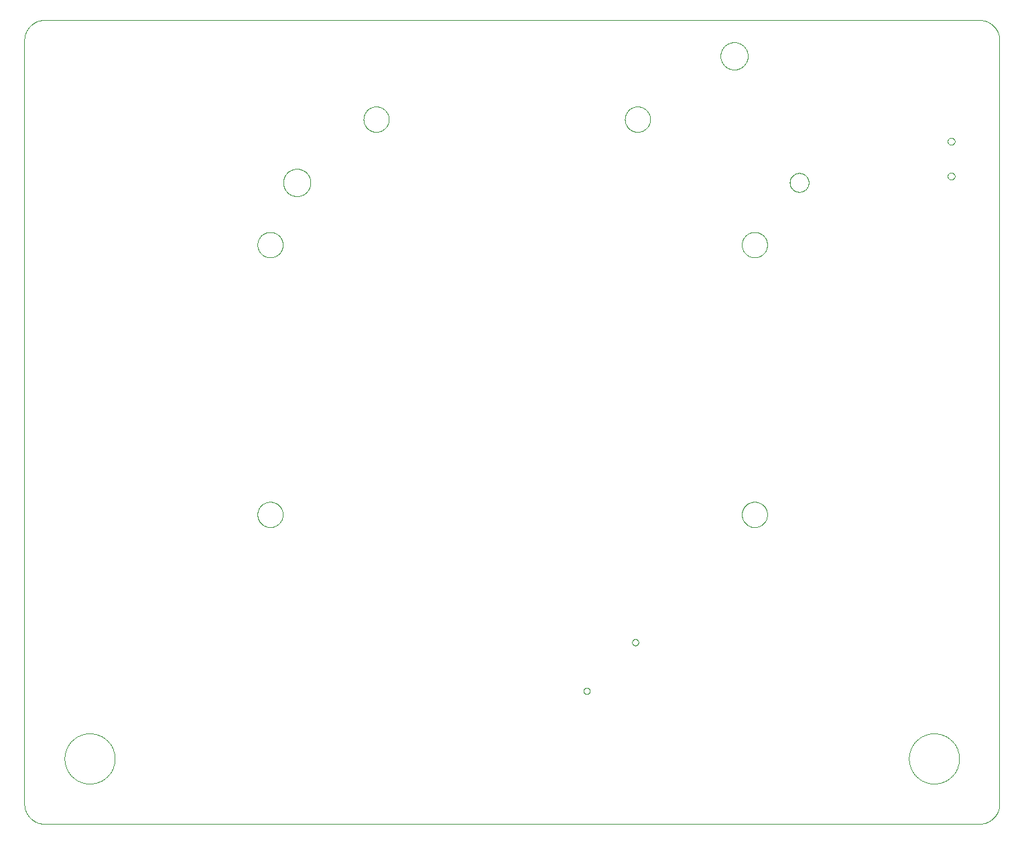
<source format=gbp>
G75*
%MOIN*%
%OFA0B0*%
%FSLAX25Y25*%
%IPPOS*%
%LPD*%
%AMOC8*
5,1,8,0,0,1.08239X$1,22.5*
%
%ADD10C,0.00000*%
D10*
X0066595Y0088933D02*
X0531595Y0088933D01*
X0531837Y0088936D01*
X0532078Y0088945D01*
X0532319Y0088959D01*
X0532560Y0088980D01*
X0532800Y0089006D01*
X0533040Y0089038D01*
X0533279Y0089076D01*
X0533516Y0089119D01*
X0533753Y0089169D01*
X0533988Y0089224D01*
X0534222Y0089284D01*
X0534454Y0089351D01*
X0534685Y0089422D01*
X0534914Y0089500D01*
X0535141Y0089583D01*
X0535366Y0089671D01*
X0535589Y0089765D01*
X0535809Y0089864D01*
X0536027Y0089969D01*
X0536242Y0090078D01*
X0536455Y0090193D01*
X0536665Y0090313D01*
X0536871Y0090438D01*
X0537075Y0090568D01*
X0537276Y0090703D01*
X0537473Y0090843D01*
X0537667Y0090987D01*
X0537857Y0091136D01*
X0538043Y0091290D01*
X0538226Y0091448D01*
X0538405Y0091610D01*
X0538580Y0091777D01*
X0538751Y0091948D01*
X0538918Y0092123D01*
X0539080Y0092302D01*
X0539238Y0092485D01*
X0539392Y0092671D01*
X0539541Y0092861D01*
X0539685Y0093055D01*
X0539825Y0093252D01*
X0539960Y0093453D01*
X0540090Y0093657D01*
X0540215Y0093863D01*
X0540335Y0094073D01*
X0540450Y0094286D01*
X0540559Y0094501D01*
X0540664Y0094719D01*
X0540763Y0094939D01*
X0540857Y0095162D01*
X0540945Y0095387D01*
X0541028Y0095614D01*
X0541106Y0095843D01*
X0541177Y0096074D01*
X0541244Y0096306D01*
X0541304Y0096540D01*
X0541359Y0096775D01*
X0541409Y0097012D01*
X0541452Y0097249D01*
X0541490Y0097488D01*
X0541522Y0097728D01*
X0541548Y0097968D01*
X0541569Y0098209D01*
X0541583Y0098450D01*
X0541592Y0098691D01*
X0541595Y0098933D01*
X0541595Y0478933D01*
X0541592Y0479175D01*
X0541583Y0479416D01*
X0541569Y0479657D01*
X0541548Y0479898D01*
X0541522Y0480138D01*
X0541490Y0480378D01*
X0541452Y0480617D01*
X0541409Y0480854D01*
X0541359Y0481091D01*
X0541304Y0481326D01*
X0541244Y0481560D01*
X0541177Y0481792D01*
X0541106Y0482023D01*
X0541028Y0482252D01*
X0540945Y0482479D01*
X0540857Y0482704D01*
X0540763Y0482927D01*
X0540664Y0483147D01*
X0540559Y0483365D01*
X0540450Y0483580D01*
X0540335Y0483793D01*
X0540215Y0484003D01*
X0540090Y0484209D01*
X0539960Y0484413D01*
X0539825Y0484614D01*
X0539685Y0484811D01*
X0539541Y0485005D01*
X0539392Y0485195D01*
X0539238Y0485381D01*
X0539080Y0485564D01*
X0538918Y0485743D01*
X0538751Y0485918D01*
X0538580Y0486089D01*
X0538405Y0486256D01*
X0538226Y0486418D01*
X0538043Y0486576D01*
X0537857Y0486730D01*
X0537667Y0486879D01*
X0537473Y0487023D01*
X0537276Y0487163D01*
X0537075Y0487298D01*
X0536871Y0487428D01*
X0536665Y0487553D01*
X0536455Y0487673D01*
X0536242Y0487788D01*
X0536027Y0487897D01*
X0535809Y0488002D01*
X0535589Y0488101D01*
X0535366Y0488195D01*
X0535141Y0488283D01*
X0534914Y0488366D01*
X0534685Y0488444D01*
X0534454Y0488515D01*
X0534222Y0488582D01*
X0533988Y0488642D01*
X0533753Y0488697D01*
X0533516Y0488747D01*
X0533279Y0488790D01*
X0533040Y0488828D01*
X0532800Y0488860D01*
X0532560Y0488886D01*
X0532319Y0488907D01*
X0532078Y0488921D01*
X0531837Y0488930D01*
X0531595Y0488933D01*
X0066595Y0488933D01*
X0066353Y0488930D01*
X0066112Y0488921D01*
X0065871Y0488907D01*
X0065630Y0488886D01*
X0065390Y0488860D01*
X0065150Y0488828D01*
X0064911Y0488790D01*
X0064674Y0488747D01*
X0064437Y0488697D01*
X0064202Y0488642D01*
X0063968Y0488582D01*
X0063736Y0488515D01*
X0063505Y0488444D01*
X0063276Y0488366D01*
X0063049Y0488283D01*
X0062824Y0488195D01*
X0062601Y0488101D01*
X0062381Y0488002D01*
X0062163Y0487897D01*
X0061948Y0487788D01*
X0061735Y0487673D01*
X0061525Y0487553D01*
X0061319Y0487428D01*
X0061115Y0487298D01*
X0060914Y0487163D01*
X0060717Y0487023D01*
X0060523Y0486879D01*
X0060333Y0486730D01*
X0060147Y0486576D01*
X0059964Y0486418D01*
X0059785Y0486256D01*
X0059610Y0486089D01*
X0059439Y0485918D01*
X0059272Y0485743D01*
X0059110Y0485564D01*
X0058952Y0485381D01*
X0058798Y0485195D01*
X0058649Y0485005D01*
X0058505Y0484811D01*
X0058365Y0484614D01*
X0058230Y0484413D01*
X0058100Y0484209D01*
X0057975Y0484003D01*
X0057855Y0483793D01*
X0057740Y0483580D01*
X0057631Y0483365D01*
X0057526Y0483147D01*
X0057427Y0482927D01*
X0057333Y0482704D01*
X0057245Y0482479D01*
X0057162Y0482252D01*
X0057084Y0482023D01*
X0057013Y0481792D01*
X0056946Y0481560D01*
X0056886Y0481326D01*
X0056831Y0481091D01*
X0056781Y0480854D01*
X0056738Y0480617D01*
X0056700Y0480378D01*
X0056668Y0480138D01*
X0056642Y0479898D01*
X0056621Y0479657D01*
X0056607Y0479416D01*
X0056598Y0479175D01*
X0056595Y0478933D01*
X0056595Y0098933D01*
X0056598Y0098691D01*
X0056607Y0098450D01*
X0056621Y0098209D01*
X0056642Y0097968D01*
X0056668Y0097728D01*
X0056700Y0097488D01*
X0056738Y0097249D01*
X0056781Y0097012D01*
X0056831Y0096775D01*
X0056886Y0096540D01*
X0056946Y0096306D01*
X0057013Y0096074D01*
X0057084Y0095843D01*
X0057162Y0095614D01*
X0057245Y0095387D01*
X0057333Y0095162D01*
X0057427Y0094939D01*
X0057526Y0094719D01*
X0057631Y0094501D01*
X0057740Y0094286D01*
X0057855Y0094073D01*
X0057975Y0093863D01*
X0058100Y0093657D01*
X0058230Y0093453D01*
X0058365Y0093252D01*
X0058505Y0093055D01*
X0058649Y0092861D01*
X0058798Y0092671D01*
X0058952Y0092485D01*
X0059110Y0092302D01*
X0059272Y0092123D01*
X0059439Y0091948D01*
X0059610Y0091777D01*
X0059785Y0091610D01*
X0059964Y0091448D01*
X0060147Y0091290D01*
X0060333Y0091136D01*
X0060523Y0090987D01*
X0060717Y0090843D01*
X0060914Y0090703D01*
X0061115Y0090568D01*
X0061319Y0090438D01*
X0061525Y0090313D01*
X0061735Y0090193D01*
X0061948Y0090078D01*
X0062163Y0089969D01*
X0062381Y0089864D01*
X0062601Y0089765D01*
X0062824Y0089671D01*
X0063049Y0089583D01*
X0063276Y0089500D01*
X0063505Y0089422D01*
X0063736Y0089351D01*
X0063968Y0089284D01*
X0064202Y0089224D01*
X0064437Y0089169D01*
X0064674Y0089119D01*
X0064911Y0089076D01*
X0065150Y0089038D01*
X0065390Y0089006D01*
X0065630Y0088980D01*
X0065871Y0088959D01*
X0066112Y0088945D01*
X0066353Y0088936D01*
X0066595Y0088933D01*
X0076595Y0121433D02*
X0076599Y0121740D01*
X0076610Y0122046D01*
X0076629Y0122353D01*
X0076655Y0122658D01*
X0076689Y0122963D01*
X0076730Y0123267D01*
X0076779Y0123570D01*
X0076835Y0123872D01*
X0076899Y0124172D01*
X0076970Y0124470D01*
X0077048Y0124767D01*
X0077133Y0125062D01*
X0077226Y0125354D01*
X0077326Y0125644D01*
X0077433Y0125932D01*
X0077547Y0126217D01*
X0077667Y0126499D01*
X0077795Y0126777D01*
X0077930Y0127053D01*
X0078071Y0127325D01*
X0078219Y0127594D01*
X0078373Y0127859D01*
X0078534Y0128120D01*
X0078702Y0128378D01*
X0078875Y0128631D01*
X0079055Y0128879D01*
X0079241Y0129123D01*
X0079432Y0129363D01*
X0079630Y0129598D01*
X0079833Y0129827D01*
X0080042Y0130052D01*
X0080256Y0130272D01*
X0080476Y0130486D01*
X0080701Y0130695D01*
X0080930Y0130898D01*
X0081165Y0131096D01*
X0081405Y0131287D01*
X0081649Y0131473D01*
X0081897Y0131653D01*
X0082150Y0131826D01*
X0082408Y0131994D01*
X0082669Y0132155D01*
X0082934Y0132309D01*
X0083203Y0132457D01*
X0083475Y0132598D01*
X0083751Y0132733D01*
X0084029Y0132861D01*
X0084311Y0132981D01*
X0084596Y0133095D01*
X0084884Y0133202D01*
X0085174Y0133302D01*
X0085466Y0133395D01*
X0085761Y0133480D01*
X0086058Y0133558D01*
X0086356Y0133629D01*
X0086656Y0133693D01*
X0086958Y0133749D01*
X0087261Y0133798D01*
X0087565Y0133839D01*
X0087870Y0133873D01*
X0088175Y0133899D01*
X0088482Y0133918D01*
X0088788Y0133929D01*
X0089095Y0133933D01*
X0089402Y0133929D01*
X0089708Y0133918D01*
X0090015Y0133899D01*
X0090320Y0133873D01*
X0090625Y0133839D01*
X0090929Y0133798D01*
X0091232Y0133749D01*
X0091534Y0133693D01*
X0091834Y0133629D01*
X0092132Y0133558D01*
X0092429Y0133480D01*
X0092724Y0133395D01*
X0093016Y0133302D01*
X0093306Y0133202D01*
X0093594Y0133095D01*
X0093879Y0132981D01*
X0094161Y0132861D01*
X0094439Y0132733D01*
X0094715Y0132598D01*
X0094987Y0132457D01*
X0095256Y0132309D01*
X0095521Y0132155D01*
X0095782Y0131994D01*
X0096040Y0131826D01*
X0096293Y0131653D01*
X0096541Y0131473D01*
X0096785Y0131287D01*
X0097025Y0131096D01*
X0097260Y0130898D01*
X0097489Y0130695D01*
X0097714Y0130486D01*
X0097934Y0130272D01*
X0098148Y0130052D01*
X0098357Y0129827D01*
X0098560Y0129598D01*
X0098758Y0129363D01*
X0098949Y0129123D01*
X0099135Y0128879D01*
X0099315Y0128631D01*
X0099488Y0128378D01*
X0099656Y0128120D01*
X0099817Y0127859D01*
X0099971Y0127594D01*
X0100119Y0127325D01*
X0100260Y0127053D01*
X0100395Y0126777D01*
X0100523Y0126499D01*
X0100643Y0126217D01*
X0100757Y0125932D01*
X0100864Y0125644D01*
X0100964Y0125354D01*
X0101057Y0125062D01*
X0101142Y0124767D01*
X0101220Y0124470D01*
X0101291Y0124172D01*
X0101355Y0123872D01*
X0101411Y0123570D01*
X0101460Y0123267D01*
X0101501Y0122963D01*
X0101535Y0122658D01*
X0101561Y0122353D01*
X0101580Y0122046D01*
X0101591Y0121740D01*
X0101595Y0121433D01*
X0101591Y0121126D01*
X0101580Y0120820D01*
X0101561Y0120513D01*
X0101535Y0120208D01*
X0101501Y0119903D01*
X0101460Y0119599D01*
X0101411Y0119296D01*
X0101355Y0118994D01*
X0101291Y0118694D01*
X0101220Y0118396D01*
X0101142Y0118099D01*
X0101057Y0117804D01*
X0100964Y0117512D01*
X0100864Y0117222D01*
X0100757Y0116934D01*
X0100643Y0116649D01*
X0100523Y0116367D01*
X0100395Y0116089D01*
X0100260Y0115813D01*
X0100119Y0115541D01*
X0099971Y0115272D01*
X0099817Y0115007D01*
X0099656Y0114746D01*
X0099488Y0114488D01*
X0099315Y0114235D01*
X0099135Y0113987D01*
X0098949Y0113743D01*
X0098758Y0113503D01*
X0098560Y0113268D01*
X0098357Y0113039D01*
X0098148Y0112814D01*
X0097934Y0112594D01*
X0097714Y0112380D01*
X0097489Y0112171D01*
X0097260Y0111968D01*
X0097025Y0111770D01*
X0096785Y0111579D01*
X0096541Y0111393D01*
X0096293Y0111213D01*
X0096040Y0111040D01*
X0095782Y0110872D01*
X0095521Y0110711D01*
X0095256Y0110557D01*
X0094987Y0110409D01*
X0094715Y0110268D01*
X0094439Y0110133D01*
X0094161Y0110005D01*
X0093879Y0109885D01*
X0093594Y0109771D01*
X0093306Y0109664D01*
X0093016Y0109564D01*
X0092724Y0109471D01*
X0092429Y0109386D01*
X0092132Y0109308D01*
X0091834Y0109237D01*
X0091534Y0109173D01*
X0091232Y0109117D01*
X0090929Y0109068D01*
X0090625Y0109027D01*
X0090320Y0108993D01*
X0090015Y0108967D01*
X0089708Y0108948D01*
X0089402Y0108937D01*
X0089095Y0108933D01*
X0088788Y0108937D01*
X0088482Y0108948D01*
X0088175Y0108967D01*
X0087870Y0108993D01*
X0087565Y0109027D01*
X0087261Y0109068D01*
X0086958Y0109117D01*
X0086656Y0109173D01*
X0086356Y0109237D01*
X0086058Y0109308D01*
X0085761Y0109386D01*
X0085466Y0109471D01*
X0085174Y0109564D01*
X0084884Y0109664D01*
X0084596Y0109771D01*
X0084311Y0109885D01*
X0084029Y0110005D01*
X0083751Y0110133D01*
X0083475Y0110268D01*
X0083203Y0110409D01*
X0082934Y0110557D01*
X0082669Y0110711D01*
X0082408Y0110872D01*
X0082150Y0111040D01*
X0081897Y0111213D01*
X0081649Y0111393D01*
X0081405Y0111579D01*
X0081165Y0111770D01*
X0080930Y0111968D01*
X0080701Y0112171D01*
X0080476Y0112380D01*
X0080256Y0112594D01*
X0080042Y0112814D01*
X0079833Y0113039D01*
X0079630Y0113268D01*
X0079432Y0113503D01*
X0079241Y0113743D01*
X0079055Y0113987D01*
X0078875Y0114235D01*
X0078702Y0114488D01*
X0078534Y0114746D01*
X0078373Y0115007D01*
X0078219Y0115272D01*
X0078071Y0115541D01*
X0077930Y0115813D01*
X0077795Y0116089D01*
X0077667Y0116367D01*
X0077547Y0116649D01*
X0077433Y0116934D01*
X0077326Y0117222D01*
X0077226Y0117512D01*
X0077133Y0117804D01*
X0077048Y0118099D01*
X0076970Y0118396D01*
X0076899Y0118694D01*
X0076835Y0118994D01*
X0076779Y0119296D01*
X0076730Y0119599D01*
X0076689Y0119903D01*
X0076655Y0120208D01*
X0076629Y0120513D01*
X0076610Y0120820D01*
X0076599Y0121126D01*
X0076595Y0121433D01*
X0172540Y0242870D02*
X0172542Y0243028D01*
X0172548Y0243186D01*
X0172558Y0243344D01*
X0172572Y0243502D01*
X0172590Y0243659D01*
X0172611Y0243816D01*
X0172637Y0243972D01*
X0172667Y0244128D01*
X0172700Y0244283D01*
X0172738Y0244436D01*
X0172779Y0244589D01*
X0172824Y0244741D01*
X0172873Y0244892D01*
X0172926Y0245041D01*
X0172982Y0245189D01*
X0173042Y0245335D01*
X0173106Y0245480D01*
X0173174Y0245623D01*
X0173245Y0245765D01*
X0173319Y0245905D01*
X0173397Y0246042D01*
X0173479Y0246178D01*
X0173563Y0246312D01*
X0173652Y0246443D01*
X0173743Y0246572D01*
X0173838Y0246699D01*
X0173935Y0246824D01*
X0174036Y0246946D01*
X0174140Y0247065D01*
X0174247Y0247182D01*
X0174357Y0247296D01*
X0174470Y0247407D01*
X0174585Y0247516D01*
X0174703Y0247621D01*
X0174824Y0247723D01*
X0174947Y0247823D01*
X0175073Y0247919D01*
X0175201Y0248012D01*
X0175331Y0248102D01*
X0175464Y0248188D01*
X0175599Y0248272D01*
X0175735Y0248351D01*
X0175874Y0248428D01*
X0176015Y0248500D01*
X0176157Y0248570D01*
X0176301Y0248635D01*
X0176447Y0248697D01*
X0176594Y0248755D01*
X0176743Y0248810D01*
X0176893Y0248861D01*
X0177044Y0248908D01*
X0177196Y0248951D01*
X0177349Y0248990D01*
X0177504Y0249026D01*
X0177659Y0249057D01*
X0177815Y0249085D01*
X0177971Y0249109D01*
X0178128Y0249129D01*
X0178286Y0249145D01*
X0178443Y0249157D01*
X0178602Y0249165D01*
X0178760Y0249169D01*
X0178918Y0249169D01*
X0179076Y0249165D01*
X0179235Y0249157D01*
X0179392Y0249145D01*
X0179550Y0249129D01*
X0179707Y0249109D01*
X0179863Y0249085D01*
X0180019Y0249057D01*
X0180174Y0249026D01*
X0180329Y0248990D01*
X0180482Y0248951D01*
X0180634Y0248908D01*
X0180785Y0248861D01*
X0180935Y0248810D01*
X0181084Y0248755D01*
X0181231Y0248697D01*
X0181377Y0248635D01*
X0181521Y0248570D01*
X0181663Y0248500D01*
X0181804Y0248428D01*
X0181943Y0248351D01*
X0182079Y0248272D01*
X0182214Y0248188D01*
X0182347Y0248102D01*
X0182477Y0248012D01*
X0182605Y0247919D01*
X0182731Y0247823D01*
X0182854Y0247723D01*
X0182975Y0247621D01*
X0183093Y0247516D01*
X0183208Y0247407D01*
X0183321Y0247296D01*
X0183431Y0247182D01*
X0183538Y0247065D01*
X0183642Y0246946D01*
X0183743Y0246824D01*
X0183840Y0246699D01*
X0183935Y0246572D01*
X0184026Y0246443D01*
X0184115Y0246312D01*
X0184199Y0246178D01*
X0184281Y0246042D01*
X0184359Y0245905D01*
X0184433Y0245765D01*
X0184504Y0245623D01*
X0184572Y0245480D01*
X0184636Y0245335D01*
X0184696Y0245189D01*
X0184752Y0245041D01*
X0184805Y0244892D01*
X0184854Y0244741D01*
X0184899Y0244589D01*
X0184940Y0244436D01*
X0184978Y0244283D01*
X0185011Y0244128D01*
X0185041Y0243972D01*
X0185067Y0243816D01*
X0185088Y0243659D01*
X0185106Y0243502D01*
X0185120Y0243344D01*
X0185130Y0243186D01*
X0185136Y0243028D01*
X0185138Y0242870D01*
X0185136Y0242712D01*
X0185130Y0242554D01*
X0185120Y0242396D01*
X0185106Y0242238D01*
X0185088Y0242081D01*
X0185067Y0241924D01*
X0185041Y0241768D01*
X0185011Y0241612D01*
X0184978Y0241457D01*
X0184940Y0241304D01*
X0184899Y0241151D01*
X0184854Y0240999D01*
X0184805Y0240848D01*
X0184752Y0240699D01*
X0184696Y0240551D01*
X0184636Y0240405D01*
X0184572Y0240260D01*
X0184504Y0240117D01*
X0184433Y0239975D01*
X0184359Y0239835D01*
X0184281Y0239698D01*
X0184199Y0239562D01*
X0184115Y0239428D01*
X0184026Y0239297D01*
X0183935Y0239168D01*
X0183840Y0239041D01*
X0183743Y0238916D01*
X0183642Y0238794D01*
X0183538Y0238675D01*
X0183431Y0238558D01*
X0183321Y0238444D01*
X0183208Y0238333D01*
X0183093Y0238224D01*
X0182975Y0238119D01*
X0182854Y0238017D01*
X0182731Y0237917D01*
X0182605Y0237821D01*
X0182477Y0237728D01*
X0182347Y0237638D01*
X0182214Y0237552D01*
X0182079Y0237468D01*
X0181943Y0237389D01*
X0181804Y0237312D01*
X0181663Y0237240D01*
X0181521Y0237170D01*
X0181377Y0237105D01*
X0181231Y0237043D01*
X0181084Y0236985D01*
X0180935Y0236930D01*
X0180785Y0236879D01*
X0180634Y0236832D01*
X0180482Y0236789D01*
X0180329Y0236750D01*
X0180174Y0236714D01*
X0180019Y0236683D01*
X0179863Y0236655D01*
X0179707Y0236631D01*
X0179550Y0236611D01*
X0179392Y0236595D01*
X0179235Y0236583D01*
X0179076Y0236575D01*
X0178918Y0236571D01*
X0178760Y0236571D01*
X0178602Y0236575D01*
X0178443Y0236583D01*
X0178286Y0236595D01*
X0178128Y0236611D01*
X0177971Y0236631D01*
X0177815Y0236655D01*
X0177659Y0236683D01*
X0177504Y0236714D01*
X0177349Y0236750D01*
X0177196Y0236789D01*
X0177044Y0236832D01*
X0176893Y0236879D01*
X0176743Y0236930D01*
X0176594Y0236985D01*
X0176447Y0237043D01*
X0176301Y0237105D01*
X0176157Y0237170D01*
X0176015Y0237240D01*
X0175874Y0237312D01*
X0175735Y0237389D01*
X0175599Y0237468D01*
X0175464Y0237552D01*
X0175331Y0237638D01*
X0175201Y0237728D01*
X0175073Y0237821D01*
X0174947Y0237917D01*
X0174824Y0238017D01*
X0174703Y0238119D01*
X0174585Y0238224D01*
X0174470Y0238333D01*
X0174357Y0238444D01*
X0174247Y0238558D01*
X0174140Y0238675D01*
X0174036Y0238794D01*
X0173935Y0238916D01*
X0173838Y0239041D01*
X0173743Y0239168D01*
X0173652Y0239297D01*
X0173563Y0239428D01*
X0173479Y0239562D01*
X0173397Y0239698D01*
X0173319Y0239835D01*
X0173245Y0239975D01*
X0173174Y0240117D01*
X0173106Y0240260D01*
X0173042Y0240405D01*
X0172982Y0240551D01*
X0172926Y0240699D01*
X0172873Y0240848D01*
X0172824Y0240999D01*
X0172779Y0241151D01*
X0172738Y0241304D01*
X0172700Y0241457D01*
X0172667Y0241612D01*
X0172637Y0241768D01*
X0172611Y0241924D01*
X0172590Y0242081D01*
X0172572Y0242238D01*
X0172558Y0242396D01*
X0172548Y0242554D01*
X0172542Y0242712D01*
X0172540Y0242870D01*
X0172540Y0377122D02*
X0172542Y0377280D01*
X0172548Y0377438D01*
X0172558Y0377596D01*
X0172572Y0377754D01*
X0172590Y0377911D01*
X0172611Y0378068D01*
X0172637Y0378224D01*
X0172667Y0378380D01*
X0172700Y0378535D01*
X0172738Y0378688D01*
X0172779Y0378841D01*
X0172824Y0378993D01*
X0172873Y0379144D01*
X0172926Y0379293D01*
X0172982Y0379441D01*
X0173042Y0379587D01*
X0173106Y0379732D01*
X0173174Y0379875D01*
X0173245Y0380017D01*
X0173319Y0380157D01*
X0173397Y0380294D01*
X0173479Y0380430D01*
X0173563Y0380564D01*
X0173652Y0380695D01*
X0173743Y0380824D01*
X0173838Y0380951D01*
X0173935Y0381076D01*
X0174036Y0381198D01*
X0174140Y0381317D01*
X0174247Y0381434D01*
X0174357Y0381548D01*
X0174470Y0381659D01*
X0174585Y0381768D01*
X0174703Y0381873D01*
X0174824Y0381975D01*
X0174947Y0382075D01*
X0175073Y0382171D01*
X0175201Y0382264D01*
X0175331Y0382354D01*
X0175464Y0382440D01*
X0175599Y0382524D01*
X0175735Y0382603D01*
X0175874Y0382680D01*
X0176015Y0382752D01*
X0176157Y0382822D01*
X0176301Y0382887D01*
X0176447Y0382949D01*
X0176594Y0383007D01*
X0176743Y0383062D01*
X0176893Y0383113D01*
X0177044Y0383160D01*
X0177196Y0383203D01*
X0177349Y0383242D01*
X0177504Y0383278D01*
X0177659Y0383309D01*
X0177815Y0383337D01*
X0177971Y0383361D01*
X0178128Y0383381D01*
X0178286Y0383397D01*
X0178443Y0383409D01*
X0178602Y0383417D01*
X0178760Y0383421D01*
X0178918Y0383421D01*
X0179076Y0383417D01*
X0179235Y0383409D01*
X0179392Y0383397D01*
X0179550Y0383381D01*
X0179707Y0383361D01*
X0179863Y0383337D01*
X0180019Y0383309D01*
X0180174Y0383278D01*
X0180329Y0383242D01*
X0180482Y0383203D01*
X0180634Y0383160D01*
X0180785Y0383113D01*
X0180935Y0383062D01*
X0181084Y0383007D01*
X0181231Y0382949D01*
X0181377Y0382887D01*
X0181521Y0382822D01*
X0181663Y0382752D01*
X0181804Y0382680D01*
X0181943Y0382603D01*
X0182079Y0382524D01*
X0182214Y0382440D01*
X0182347Y0382354D01*
X0182477Y0382264D01*
X0182605Y0382171D01*
X0182731Y0382075D01*
X0182854Y0381975D01*
X0182975Y0381873D01*
X0183093Y0381768D01*
X0183208Y0381659D01*
X0183321Y0381548D01*
X0183431Y0381434D01*
X0183538Y0381317D01*
X0183642Y0381198D01*
X0183743Y0381076D01*
X0183840Y0380951D01*
X0183935Y0380824D01*
X0184026Y0380695D01*
X0184115Y0380564D01*
X0184199Y0380430D01*
X0184281Y0380294D01*
X0184359Y0380157D01*
X0184433Y0380017D01*
X0184504Y0379875D01*
X0184572Y0379732D01*
X0184636Y0379587D01*
X0184696Y0379441D01*
X0184752Y0379293D01*
X0184805Y0379144D01*
X0184854Y0378993D01*
X0184899Y0378841D01*
X0184940Y0378688D01*
X0184978Y0378535D01*
X0185011Y0378380D01*
X0185041Y0378224D01*
X0185067Y0378068D01*
X0185088Y0377911D01*
X0185106Y0377754D01*
X0185120Y0377596D01*
X0185130Y0377438D01*
X0185136Y0377280D01*
X0185138Y0377122D01*
X0185136Y0376964D01*
X0185130Y0376806D01*
X0185120Y0376648D01*
X0185106Y0376490D01*
X0185088Y0376333D01*
X0185067Y0376176D01*
X0185041Y0376020D01*
X0185011Y0375864D01*
X0184978Y0375709D01*
X0184940Y0375556D01*
X0184899Y0375403D01*
X0184854Y0375251D01*
X0184805Y0375100D01*
X0184752Y0374951D01*
X0184696Y0374803D01*
X0184636Y0374657D01*
X0184572Y0374512D01*
X0184504Y0374369D01*
X0184433Y0374227D01*
X0184359Y0374087D01*
X0184281Y0373950D01*
X0184199Y0373814D01*
X0184115Y0373680D01*
X0184026Y0373549D01*
X0183935Y0373420D01*
X0183840Y0373293D01*
X0183743Y0373168D01*
X0183642Y0373046D01*
X0183538Y0372927D01*
X0183431Y0372810D01*
X0183321Y0372696D01*
X0183208Y0372585D01*
X0183093Y0372476D01*
X0182975Y0372371D01*
X0182854Y0372269D01*
X0182731Y0372169D01*
X0182605Y0372073D01*
X0182477Y0371980D01*
X0182347Y0371890D01*
X0182214Y0371804D01*
X0182079Y0371720D01*
X0181943Y0371641D01*
X0181804Y0371564D01*
X0181663Y0371492D01*
X0181521Y0371422D01*
X0181377Y0371357D01*
X0181231Y0371295D01*
X0181084Y0371237D01*
X0180935Y0371182D01*
X0180785Y0371131D01*
X0180634Y0371084D01*
X0180482Y0371041D01*
X0180329Y0371002D01*
X0180174Y0370966D01*
X0180019Y0370935D01*
X0179863Y0370907D01*
X0179707Y0370883D01*
X0179550Y0370863D01*
X0179392Y0370847D01*
X0179235Y0370835D01*
X0179076Y0370827D01*
X0178918Y0370823D01*
X0178760Y0370823D01*
X0178602Y0370827D01*
X0178443Y0370835D01*
X0178286Y0370847D01*
X0178128Y0370863D01*
X0177971Y0370883D01*
X0177815Y0370907D01*
X0177659Y0370935D01*
X0177504Y0370966D01*
X0177349Y0371002D01*
X0177196Y0371041D01*
X0177044Y0371084D01*
X0176893Y0371131D01*
X0176743Y0371182D01*
X0176594Y0371237D01*
X0176447Y0371295D01*
X0176301Y0371357D01*
X0176157Y0371422D01*
X0176015Y0371492D01*
X0175874Y0371564D01*
X0175735Y0371641D01*
X0175599Y0371720D01*
X0175464Y0371804D01*
X0175331Y0371890D01*
X0175201Y0371980D01*
X0175073Y0372073D01*
X0174947Y0372169D01*
X0174824Y0372269D01*
X0174703Y0372371D01*
X0174585Y0372476D01*
X0174470Y0372585D01*
X0174357Y0372696D01*
X0174247Y0372810D01*
X0174140Y0372927D01*
X0174036Y0373046D01*
X0173935Y0373168D01*
X0173838Y0373293D01*
X0173743Y0373420D01*
X0173652Y0373549D01*
X0173563Y0373680D01*
X0173479Y0373814D01*
X0173397Y0373950D01*
X0173319Y0374087D01*
X0173245Y0374227D01*
X0173174Y0374369D01*
X0173106Y0374512D01*
X0173042Y0374657D01*
X0172982Y0374803D01*
X0172926Y0374951D01*
X0172873Y0375100D01*
X0172824Y0375251D01*
X0172779Y0375403D01*
X0172738Y0375556D01*
X0172700Y0375709D01*
X0172667Y0375864D01*
X0172637Y0376020D01*
X0172611Y0376176D01*
X0172590Y0376333D01*
X0172572Y0376490D01*
X0172558Y0376648D01*
X0172548Y0376806D01*
X0172542Y0376964D01*
X0172540Y0377122D01*
X0185345Y0408083D02*
X0185347Y0408250D01*
X0185353Y0408417D01*
X0185363Y0408583D01*
X0185378Y0408750D01*
X0185396Y0408915D01*
X0185419Y0409081D01*
X0185445Y0409246D01*
X0185476Y0409410D01*
X0185510Y0409573D01*
X0185549Y0409735D01*
X0185591Y0409897D01*
X0185638Y0410057D01*
X0185688Y0410216D01*
X0185743Y0410374D01*
X0185801Y0410530D01*
X0185863Y0410685D01*
X0185928Y0410839D01*
X0185998Y0410990D01*
X0186071Y0411140D01*
X0186148Y0411288D01*
X0186228Y0411435D01*
X0186312Y0411579D01*
X0186400Y0411721D01*
X0186491Y0411861D01*
X0186585Y0411998D01*
X0186683Y0412134D01*
X0186784Y0412267D01*
X0186889Y0412397D01*
X0186996Y0412525D01*
X0187107Y0412650D01*
X0187220Y0412772D01*
X0187337Y0412891D01*
X0187456Y0413008D01*
X0187578Y0413121D01*
X0187703Y0413232D01*
X0187831Y0413339D01*
X0187961Y0413444D01*
X0188094Y0413545D01*
X0188230Y0413643D01*
X0188367Y0413737D01*
X0188507Y0413828D01*
X0188649Y0413916D01*
X0188793Y0414000D01*
X0188940Y0414080D01*
X0189088Y0414157D01*
X0189238Y0414230D01*
X0189389Y0414300D01*
X0189543Y0414365D01*
X0189698Y0414427D01*
X0189854Y0414485D01*
X0190012Y0414540D01*
X0190171Y0414590D01*
X0190331Y0414637D01*
X0190493Y0414679D01*
X0190655Y0414718D01*
X0190818Y0414752D01*
X0190982Y0414783D01*
X0191147Y0414809D01*
X0191313Y0414832D01*
X0191478Y0414850D01*
X0191645Y0414865D01*
X0191811Y0414875D01*
X0191978Y0414881D01*
X0192145Y0414883D01*
X0192312Y0414881D01*
X0192479Y0414875D01*
X0192645Y0414865D01*
X0192812Y0414850D01*
X0192977Y0414832D01*
X0193143Y0414809D01*
X0193308Y0414783D01*
X0193472Y0414752D01*
X0193635Y0414718D01*
X0193797Y0414679D01*
X0193959Y0414637D01*
X0194119Y0414590D01*
X0194278Y0414540D01*
X0194436Y0414485D01*
X0194592Y0414427D01*
X0194747Y0414365D01*
X0194901Y0414300D01*
X0195052Y0414230D01*
X0195202Y0414157D01*
X0195350Y0414080D01*
X0195497Y0414000D01*
X0195641Y0413916D01*
X0195783Y0413828D01*
X0195923Y0413737D01*
X0196060Y0413643D01*
X0196196Y0413545D01*
X0196329Y0413444D01*
X0196459Y0413339D01*
X0196587Y0413232D01*
X0196712Y0413121D01*
X0196834Y0413008D01*
X0196953Y0412891D01*
X0197070Y0412772D01*
X0197183Y0412650D01*
X0197294Y0412525D01*
X0197401Y0412397D01*
X0197506Y0412267D01*
X0197607Y0412134D01*
X0197705Y0411998D01*
X0197799Y0411861D01*
X0197890Y0411721D01*
X0197978Y0411579D01*
X0198062Y0411435D01*
X0198142Y0411288D01*
X0198219Y0411140D01*
X0198292Y0410990D01*
X0198362Y0410839D01*
X0198427Y0410685D01*
X0198489Y0410530D01*
X0198547Y0410374D01*
X0198602Y0410216D01*
X0198652Y0410057D01*
X0198699Y0409897D01*
X0198741Y0409735D01*
X0198780Y0409573D01*
X0198814Y0409410D01*
X0198845Y0409246D01*
X0198871Y0409081D01*
X0198894Y0408915D01*
X0198912Y0408750D01*
X0198927Y0408583D01*
X0198937Y0408417D01*
X0198943Y0408250D01*
X0198945Y0408083D01*
X0198943Y0407916D01*
X0198937Y0407749D01*
X0198927Y0407583D01*
X0198912Y0407416D01*
X0198894Y0407251D01*
X0198871Y0407085D01*
X0198845Y0406920D01*
X0198814Y0406756D01*
X0198780Y0406593D01*
X0198741Y0406431D01*
X0198699Y0406269D01*
X0198652Y0406109D01*
X0198602Y0405950D01*
X0198547Y0405792D01*
X0198489Y0405636D01*
X0198427Y0405481D01*
X0198362Y0405327D01*
X0198292Y0405176D01*
X0198219Y0405026D01*
X0198142Y0404878D01*
X0198062Y0404731D01*
X0197978Y0404587D01*
X0197890Y0404445D01*
X0197799Y0404305D01*
X0197705Y0404168D01*
X0197607Y0404032D01*
X0197506Y0403899D01*
X0197401Y0403769D01*
X0197294Y0403641D01*
X0197183Y0403516D01*
X0197070Y0403394D01*
X0196953Y0403275D01*
X0196834Y0403158D01*
X0196712Y0403045D01*
X0196587Y0402934D01*
X0196459Y0402827D01*
X0196329Y0402722D01*
X0196196Y0402621D01*
X0196060Y0402523D01*
X0195923Y0402429D01*
X0195783Y0402338D01*
X0195641Y0402250D01*
X0195497Y0402166D01*
X0195350Y0402086D01*
X0195202Y0402009D01*
X0195052Y0401936D01*
X0194901Y0401866D01*
X0194747Y0401801D01*
X0194592Y0401739D01*
X0194436Y0401681D01*
X0194278Y0401626D01*
X0194119Y0401576D01*
X0193959Y0401529D01*
X0193797Y0401487D01*
X0193635Y0401448D01*
X0193472Y0401414D01*
X0193308Y0401383D01*
X0193143Y0401357D01*
X0192977Y0401334D01*
X0192812Y0401316D01*
X0192645Y0401301D01*
X0192479Y0401291D01*
X0192312Y0401285D01*
X0192145Y0401283D01*
X0191978Y0401285D01*
X0191811Y0401291D01*
X0191645Y0401301D01*
X0191478Y0401316D01*
X0191313Y0401334D01*
X0191147Y0401357D01*
X0190982Y0401383D01*
X0190818Y0401414D01*
X0190655Y0401448D01*
X0190493Y0401487D01*
X0190331Y0401529D01*
X0190171Y0401576D01*
X0190012Y0401626D01*
X0189854Y0401681D01*
X0189698Y0401739D01*
X0189543Y0401801D01*
X0189389Y0401866D01*
X0189238Y0401936D01*
X0189088Y0402009D01*
X0188940Y0402086D01*
X0188793Y0402166D01*
X0188649Y0402250D01*
X0188507Y0402338D01*
X0188367Y0402429D01*
X0188230Y0402523D01*
X0188094Y0402621D01*
X0187961Y0402722D01*
X0187831Y0402827D01*
X0187703Y0402934D01*
X0187578Y0403045D01*
X0187456Y0403158D01*
X0187337Y0403275D01*
X0187220Y0403394D01*
X0187107Y0403516D01*
X0186996Y0403641D01*
X0186889Y0403769D01*
X0186784Y0403899D01*
X0186683Y0404032D01*
X0186585Y0404168D01*
X0186491Y0404305D01*
X0186400Y0404445D01*
X0186312Y0404587D01*
X0186228Y0404731D01*
X0186148Y0404878D01*
X0186071Y0405026D01*
X0185998Y0405176D01*
X0185928Y0405327D01*
X0185863Y0405481D01*
X0185801Y0405636D01*
X0185743Y0405792D01*
X0185688Y0405950D01*
X0185638Y0406109D01*
X0185591Y0406269D01*
X0185549Y0406431D01*
X0185510Y0406593D01*
X0185476Y0406756D01*
X0185445Y0406920D01*
X0185419Y0407085D01*
X0185396Y0407251D01*
X0185378Y0407416D01*
X0185363Y0407583D01*
X0185353Y0407749D01*
X0185347Y0407916D01*
X0185345Y0408083D01*
X0225296Y0439583D02*
X0225298Y0439741D01*
X0225304Y0439899D01*
X0225314Y0440057D01*
X0225328Y0440215D01*
X0225346Y0440372D01*
X0225367Y0440529D01*
X0225393Y0440685D01*
X0225423Y0440841D01*
X0225456Y0440996D01*
X0225494Y0441149D01*
X0225535Y0441302D01*
X0225580Y0441454D01*
X0225629Y0441605D01*
X0225682Y0441754D01*
X0225738Y0441902D01*
X0225798Y0442048D01*
X0225862Y0442193D01*
X0225930Y0442336D01*
X0226001Y0442478D01*
X0226075Y0442618D01*
X0226153Y0442755D01*
X0226235Y0442891D01*
X0226319Y0443025D01*
X0226408Y0443156D01*
X0226499Y0443285D01*
X0226594Y0443412D01*
X0226691Y0443537D01*
X0226792Y0443659D01*
X0226896Y0443778D01*
X0227003Y0443895D01*
X0227113Y0444009D01*
X0227226Y0444120D01*
X0227341Y0444229D01*
X0227459Y0444334D01*
X0227580Y0444436D01*
X0227703Y0444536D01*
X0227829Y0444632D01*
X0227957Y0444725D01*
X0228087Y0444815D01*
X0228220Y0444901D01*
X0228355Y0444985D01*
X0228491Y0445064D01*
X0228630Y0445141D01*
X0228771Y0445213D01*
X0228913Y0445283D01*
X0229057Y0445348D01*
X0229203Y0445410D01*
X0229350Y0445468D01*
X0229499Y0445523D01*
X0229649Y0445574D01*
X0229800Y0445621D01*
X0229952Y0445664D01*
X0230105Y0445703D01*
X0230260Y0445739D01*
X0230415Y0445770D01*
X0230571Y0445798D01*
X0230727Y0445822D01*
X0230884Y0445842D01*
X0231042Y0445858D01*
X0231199Y0445870D01*
X0231358Y0445878D01*
X0231516Y0445882D01*
X0231674Y0445882D01*
X0231832Y0445878D01*
X0231991Y0445870D01*
X0232148Y0445858D01*
X0232306Y0445842D01*
X0232463Y0445822D01*
X0232619Y0445798D01*
X0232775Y0445770D01*
X0232930Y0445739D01*
X0233085Y0445703D01*
X0233238Y0445664D01*
X0233390Y0445621D01*
X0233541Y0445574D01*
X0233691Y0445523D01*
X0233840Y0445468D01*
X0233987Y0445410D01*
X0234133Y0445348D01*
X0234277Y0445283D01*
X0234419Y0445213D01*
X0234560Y0445141D01*
X0234699Y0445064D01*
X0234835Y0444985D01*
X0234970Y0444901D01*
X0235103Y0444815D01*
X0235233Y0444725D01*
X0235361Y0444632D01*
X0235487Y0444536D01*
X0235610Y0444436D01*
X0235731Y0444334D01*
X0235849Y0444229D01*
X0235964Y0444120D01*
X0236077Y0444009D01*
X0236187Y0443895D01*
X0236294Y0443778D01*
X0236398Y0443659D01*
X0236499Y0443537D01*
X0236596Y0443412D01*
X0236691Y0443285D01*
X0236782Y0443156D01*
X0236871Y0443025D01*
X0236955Y0442891D01*
X0237037Y0442755D01*
X0237115Y0442618D01*
X0237189Y0442478D01*
X0237260Y0442336D01*
X0237328Y0442193D01*
X0237392Y0442048D01*
X0237452Y0441902D01*
X0237508Y0441754D01*
X0237561Y0441605D01*
X0237610Y0441454D01*
X0237655Y0441302D01*
X0237696Y0441149D01*
X0237734Y0440996D01*
X0237767Y0440841D01*
X0237797Y0440685D01*
X0237823Y0440529D01*
X0237844Y0440372D01*
X0237862Y0440215D01*
X0237876Y0440057D01*
X0237886Y0439899D01*
X0237892Y0439741D01*
X0237894Y0439583D01*
X0237892Y0439425D01*
X0237886Y0439267D01*
X0237876Y0439109D01*
X0237862Y0438951D01*
X0237844Y0438794D01*
X0237823Y0438637D01*
X0237797Y0438481D01*
X0237767Y0438325D01*
X0237734Y0438170D01*
X0237696Y0438017D01*
X0237655Y0437864D01*
X0237610Y0437712D01*
X0237561Y0437561D01*
X0237508Y0437412D01*
X0237452Y0437264D01*
X0237392Y0437118D01*
X0237328Y0436973D01*
X0237260Y0436830D01*
X0237189Y0436688D01*
X0237115Y0436548D01*
X0237037Y0436411D01*
X0236955Y0436275D01*
X0236871Y0436141D01*
X0236782Y0436010D01*
X0236691Y0435881D01*
X0236596Y0435754D01*
X0236499Y0435629D01*
X0236398Y0435507D01*
X0236294Y0435388D01*
X0236187Y0435271D01*
X0236077Y0435157D01*
X0235964Y0435046D01*
X0235849Y0434937D01*
X0235731Y0434832D01*
X0235610Y0434730D01*
X0235487Y0434630D01*
X0235361Y0434534D01*
X0235233Y0434441D01*
X0235103Y0434351D01*
X0234970Y0434265D01*
X0234835Y0434181D01*
X0234699Y0434102D01*
X0234560Y0434025D01*
X0234419Y0433953D01*
X0234277Y0433883D01*
X0234133Y0433818D01*
X0233987Y0433756D01*
X0233840Y0433698D01*
X0233691Y0433643D01*
X0233541Y0433592D01*
X0233390Y0433545D01*
X0233238Y0433502D01*
X0233085Y0433463D01*
X0232930Y0433427D01*
X0232775Y0433396D01*
X0232619Y0433368D01*
X0232463Y0433344D01*
X0232306Y0433324D01*
X0232148Y0433308D01*
X0231991Y0433296D01*
X0231832Y0433288D01*
X0231674Y0433284D01*
X0231516Y0433284D01*
X0231358Y0433288D01*
X0231199Y0433296D01*
X0231042Y0433308D01*
X0230884Y0433324D01*
X0230727Y0433344D01*
X0230571Y0433368D01*
X0230415Y0433396D01*
X0230260Y0433427D01*
X0230105Y0433463D01*
X0229952Y0433502D01*
X0229800Y0433545D01*
X0229649Y0433592D01*
X0229499Y0433643D01*
X0229350Y0433698D01*
X0229203Y0433756D01*
X0229057Y0433818D01*
X0228913Y0433883D01*
X0228771Y0433953D01*
X0228630Y0434025D01*
X0228491Y0434102D01*
X0228355Y0434181D01*
X0228220Y0434265D01*
X0228087Y0434351D01*
X0227957Y0434441D01*
X0227829Y0434534D01*
X0227703Y0434630D01*
X0227580Y0434730D01*
X0227459Y0434832D01*
X0227341Y0434937D01*
X0227226Y0435046D01*
X0227113Y0435157D01*
X0227003Y0435271D01*
X0226896Y0435388D01*
X0226792Y0435507D01*
X0226691Y0435629D01*
X0226594Y0435754D01*
X0226499Y0435881D01*
X0226408Y0436010D01*
X0226319Y0436141D01*
X0226235Y0436275D01*
X0226153Y0436411D01*
X0226075Y0436548D01*
X0226001Y0436688D01*
X0225930Y0436830D01*
X0225862Y0436973D01*
X0225798Y0437118D01*
X0225738Y0437264D01*
X0225682Y0437412D01*
X0225629Y0437561D01*
X0225580Y0437712D01*
X0225535Y0437864D01*
X0225494Y0438017D01*
X0225456Y0438170D01*
X0225423Y0438325D01*
X0225393Y0438481D01*
X0225367Y0438637D01*
X0225346Y0438794D01*
X0225328Y0438951D01*
X0225314Y0439109D01*
X0225304Y0439267D01*
X0225298Y0439425D01*
X0225296Y0439583D01*
X0355296Y0439583D02*
X0355298Y0439741D01*
X0355304Y0439899D01*
X0355314Y0440057D01*
X0355328Y0440215D01*
X0355346Y0440372D01*
X0355367Y0440529D01*
X0355393Y0440685D01*
X0355423Y0440841D01*
X0355456Y0440996D01*
X0355494Y0441149D01*
X0355535Y0441302D01*
X0355580Y0441454D01*
X0355629Y0441605D01*
X0355682Y0441754D01*
X0355738Y0441902D01*
X0355798Y0442048D01*
X0355862Y0442193D01*
X0355930Y0442336D01*
X0356001Y0442478D01*
X0356075Y0442618D01*
X0356153Y0442755D01*
X0356235Y0442891D01*
X0356319Y0443025D01*
X0356408Y0443156D01*
X0356499Y0443285D01*
X0356594Y0443412D01*
X0356691Y0443537D01*
X0356792Y0443659D01*
X0356896Y0443778D01*
X0357003Y0443895D01*
X0357113Y0444009D01*
X0357226Y0444120D01*
X0357341Y0444229D01*
X0357459Y0444334D01*
X0357580Y0444436D01*
X0357703Y0444536D01*
X0357829Y0444632D01*
X0357957Y0444725D01*
X0358087Y0444815D01*
X0358220Y0444901D01*
X0358355Y0444985D01*
X0358491Y0445064D01*
X0358630Y0445141D01*
X0358771Y0445213D01*
X0358913Y0445283D01*
X0359057Y0445348D01*
X0359203Y0445410D01*
X0359350Y0445468D01*
X0359499Y0445523D01*
X0359649Y0445574D01*
X0359800Y0445621D01*
X0359952Y0445664D01*
X0360105Y0445703D01*
X0360260Y0445739D01*
X0360415Y0445770D01*
X0360571Y0445798D01*
X0360727Y0445822D01*
X0360884Y0445842D01*
X0361042Y0445858D01*
X0361199Y0445870D01*
X0361358Y0445878D01*
X0361516Y0445882D01*
X0361674Y0445882D01*
X0361832Y0445878D01*
X0361991Y0445870D01*
X0362148Y0445858D01*
X0362306Y0445842D01*
X0362463Y0445822D01*
X0362619Y0445798D01*
X0362775Y0445770D01*
X0362930Y0445739D01*
X0363085Y0445703D01*
X0363238Y0445664D01*
X0363390Y0445621D01*
X0363541Y0445574D01*
X0363691Y0445523D01*
X0363840Y0445468D01*
X0363987Y0445410D01*
X0364133Y0445348D01*
X0364277Y0445283D01*
X0364419Y0445213D01*
X0364560Y0445141D01*
X0364699Y0445064D01*
X0364835Y0444985D01*
X0364970Y0444901D01*
X0365103Y0444815D01*
X0365233Y0444725D01*
X0365361Y0444632D01*
X0365487Y0444536D01*
X0365610Y0444436D01*
X0365731Y0444334D01*
X0365849Y0444229D01*
X0365964Y0444120D01*
X0366077Y0444009D01*
X0366187Y0443895D01*
X0366294Y0443778D01*
X0366398Y0443659D01*
X0366499Y0443537D01*
X0366596Y0443412D01*
X0366691Y0443285D01*
X0366782Y0443156D01*
X0366871Y0443025D01*
X0366955Y0442891D01*
X0367037Y0442755D01*
X0367115Y0442618D01*
X0367189Y0442478D01*
X0367260Y0442336D01*
X0367328Y0442193D01*
X0367392Y0442048D01*
X0367452Y0441902D01*
X0367508Y0441754D01*
X0367561Y0441605D01*
X0367610Y0441454D01*
X0367655Y0441302D01*
X0367696Y0441149D01*
X0367734Y0440996D01*
X0367767Y0440841D01*
X0367797Y0440685D01*
X0367823Y0440529D01*
X0367844Y0440372D01*
X0367862Y0440215D01*
X0367876Y0440057D01*
X0367886Y0439899D01*
X0367892Y0439741D01*
X0367894Y0439583D01*
X0367892Y0439425D01*
X0367886Y0439267D01*
X0367876Y0439109D01*
X0367862Y0438951D01*
X0367844Y0438794D01*
X0367823Y0438637D01*
X0367797Y0438481D01*
X0367767Y0438325D01*
X0367734Y0438170D01*
X0367696Y0438017D01*
X0367655Y0437864D01*
X0367610Y0437712D01*
X0367561Y0437561D01*
X0367508Y0437412D01*
X0367452Y0437264D01*
X0367392Y0437118D01*
X0367328Y0436973D01*
X0367260Y0436830D01*
X0367189Y0436688D01*
X0367115Y0436548D01*
X0367037Y0436411D01*
X0366955Y0436275D01*
X0366871Y0436141D01*
X0366782Y0436010D01*
X0366691Y0435881D01*
X0366596Y0435754D01*
X0366499Y0435629D01*
X0366398Y0435507D01*
X0366294Y0435388D01*
X0366187Y0435271D01*
X0366077Y0435157D01*
X0365964Y0435046D01*
X0365849Y0434937D01*
X0365731Y0434832D01*
X0365610Y0434730D01*
X0365487Y0434630D01*
X0365361Y0434534D01*
X0365233Y0434441D01*
X0365103Y0434351D01*
X0364970Y0434265D01*
X0364835Y0434181D01*
X0364699Y0434102D01*
X0364560Y0434025D01*
X0364419Y0433953D01*
X0364277Y0433883D01*
X0364133Y0433818D01*
X0363987Y0433756D01*
X0363840Y0433698D01*
X0363691Y0433643D01*
X0363541Y0433592D01*
X0363390Y0433545D01*
X0363238Y0433502D01*
X0363085Y0433463D01*
X0362930Y0433427D01*
X0362775Y0433396D01*
X0362619Y0433368D01*
X0362463Y0433344D01*
X0362306Y0433324D01*
X0362148Y0433308D01*
X0361991Y0433296D01*
X0361832Y0433288D01*
X0361674Y0433284D01*
X0361516Y0433284D01*
X0361358Y0433288D01*
X0361199Y0433296D01*
X0361042Y0433308D01*
X0360884Y0433324D01*
X0360727Y0433344D01*
X0360571Y0433368D01*
X0360415Y0433396D01*
X0360260Y0433427D01*
X0360105Y0433463D01*
X0359952Y0433502D01*
X0359800Y0433545D01*
X0359649Y0433592D01*
X0359499Y0433643D01*
X0359350Y0433698D01*
X0359203Y0433756D01*
X0359057Y0433818D01*
X0358913Y0433883D01*
X0358771Y0433953D01*
X0358630Y0434025D01*
X0358491Y0434102D01*
X0358355Y0434181D01*
X0358220Y0434265D01*
X0358087Y0434351D01*
X0357957Y0434441D01*
X0357829Y0434534D01*
X0357703Y0434630D01*
X0357580Y0434730D01*
X0357459Y0434832D01*
X0357341Y0434937D01*
X0357226Y0435046D01*
X0357113Y0435157D01*
X0357003Y0435271D01*
X0356896Y0435388D01*
X0356792Y0435507D01*
X0356691Y0435629D01*
X0356594Y0435754D01*
X0356499Y0435881D01*
X0356408Y0436010D01*
X0356319Y0436141D01*
X0356235Y0436275D01*
X0356153Y0436411D01*
X0356075Y0436548D01*
X0356001Y0436688D01*
X0355930Y0436830D01*
X0355862Y0436973D01*
X0355798Y0437118D01*
X0355738Y0437264D01*
X0355682Y0437412D01*
X0355629Y0437561D01*
X0355580Y0437712D01*
X0355535Y0437864D01*
X0355494Y0438017D01*
X0355456Y0438170D01*
X0355423Y0438325D01*
X0355393Y0438481D01*
X0355367Y0438637D01*
X0355346Y0438794D01*
X0355328Y0438951D01*
X0355314Y0439109D01*
X0355304Y0439267D01*
X0355298Y0439425D01*
X0355296Y0439583D01*
X0402845Y0471083D02*
X0402847Y0471250D01*
X0402853Y0471417D01*
X0402863Y0471583D01*
X0402878Y0471750D01*
X0402896Y0471915D01*
X0402919Y0472081D01*
X0402945Y0472246D01*
X0402976Y0472410D01*
X0403010Y0472573D01*
X0403049Y0472735D01*
X0403091Y0472897D01*
X0403138Y0473057D01*
X0403188Y0473216D01*
X0403243Y0473374D01*
X0403301Y0473530D01*
X0403363Y0473685D01*
X0403428Y0473839D01*
X0403498Y0473990D01*
X0403571Y0474140D01*
X0403648Y0474288D01*
X0403728Y0474435D01*
X0403812Y0474579D01*
X0403900Y0474721D01*
X0403991Y0474861D01*
X0404085Y0474998D01*
X0404183Y0475134D01*
X0404284Y0475267D01*
X0404389Y0475397D01*
X0404496Y0475525D01*
X0404607Y0475650D01*
X0404720Y0475772D01*
X0404837Y0475891D01*
X0404956Y0476008D01*
X0405078Y0476121D01*
X0405203Y0476232D01*
X0405331Y0476339D01*
X0405461Y0476444D01*
X0405594Y0476545D01*
X0405730Y0476643D01*
X0405867Y0476737D01*
X0406007Y0476828D01*
X0406149Y0476916D01*
X0406293Y0477000D01*
X0406440Y0477080D01*
X0406588Y0477157D01*
X0406738Y0477230D01*
X0406889Y0477300D01*
X0407043Y0477365D01*
X0407198Y0477427D01*
X0407354Y0477485D01*
X0407512Y0477540D01*
X0407671Y0477590D01*
X0407831Y0477637D01*
X0407993Y0477679D01*
X0408155Y0477718D01*
X0408318Y0477752D01*
X0408482Y0477783D01*
X0408647Y0477809D01*
X0408813Y0477832D01*
X0408978Y0477850D01*
X0409145Y0477865D01*
X0409311Y0477875D01*
X0409478Y0477881D01*
X0409645Y0477883D01*
X0409812Y0477881D01*
X0409979Y0477875D01*
X0410145Y0477865D01*
X0410312Y0477850D01*
X0410477Y0477832D01*
X0410643Y0477809D01*
X0410808Y0477783D01*
X0410972Y0477752D01*
X0411135Y0477718D01*
X0411297Y0477679D01*
X0411459Y0477637D01*
X0411619Y0477590D01*
X0411778Y0477540D01*
X0411936Y0477485D01*
X0412092Y0477427D01*
X0412247Y0477365D01*
X0412401Y0477300D01*
X0412552Y0477230D01*
X0412702Y0477157D01*
X0412850Y0477080D01*
X0412997Y0477000D01*
X0413141Y0476916D01*
X0413283Y0476828D01*
X0413423Y0476737D01*
X0413560Y0476643D01*
X0413696Y0476545D01*
X0413829Y0476444D01*
X0413959Y0476339D01*
X0414087Y0476232D01*
X0414212Y0476121D01*
X0414334Y0476008D01*
X0414453Y0475891D01*
X0414570Y0475772D01*
X0414683Y0475650D01*
X0414794Y0475525D01*
X0414901Y0475397D01*
X0415006Y0475267D01*
X0415107Y0475134D01*
X0415205Y0474998D01*
X0415299Y0474861D01*
X0415390Y0474721D01*
X0415478Y0474579D01*
X0415562Y0474435D01*
X0415642Y0474288D01*
X0415719Y0474140D01*
X0415792Y0473990D01*
X0415862Y0473839D01*
X0415927Y0473685D01*
X0415989Y0473530D01*
X0416047Y0473374D01*
X0416102Y0473216D01*
X0416152Y0473057D01*
X0416199Y0472897D01*
X0416241Y0472735D01*
X0416280Y0472573D01*
X0416314Y0472410D01*
X0416345Y0472246D01*
X0416371Y0472081D01*
X0416394Y0471915D01*
X0416412Y0471750D01*
X0416427Y0471583D01*
X0416437Y0471417D01*
X0416443Y0471250D01*
X0416445Y0471083D01*
X0416443Y0470916D01*
X0416437Y0470749D01*
X0416427Y0470583D01*
X0416412Y0470416D01*
X0416394Y0470251D01*
X0416371Y0470085D01*
X0416345Y0469920D01*
X0416314Y0469756D01*
X0416280Y0469593D01*
X0416241Y0469431D01*
X0416199Y0469269D01*
X0416152Y0469109D01*
X0416102Y0468950D01*
X0416047Y0468792D01*
X0415989Y0468636D01*
X0415927Y0468481D01*
X0415862Y0468327D01*
X0415792Y0468176D01*
X0415719Y0468026D01*
X0415642Y0467878D01*
X0415562Y0467731D01*
X0415478Y0467587D01*
X0415390Y0467445D01*
X0415299Y0467305D01*
X0415205Y0467168D01*
X0415107Y0467032D01*
X0415006Y0466899D01*
X0414901Y0466769D01*
X0414794Y0466641D01*
X0414683Y0466516D01*
X0414570Y0466394D01*
X0414453Y0466275D01*
X0414334Y0466158D01*
X0414212Y0466045D01*
X0414087Y0465934D01*
X0413959Y0465827D01*
X0413829Y0465722D01*
X0413696Y0465621D01*
X0413560Y0465523D01*
X0413423Y0465429D01*
X0413283Y0465338D01*
X0413141Y0465250D01*
X0412997Y0465166D01*
X0412850Y0465086D01*
X0412702Y0465009D01*
X0412552Y0464936D01*
X0412401Y0464866D01*
X0412247Y0464801D01*
X0412092Y0464739D01*
X0411936Y0464681D01*
X0411778Y0464626D01*
X0411619Y0464576D01*
X0411459Y0464529D01*
X0411297Y0464487D01*
X0411135Y0464448D01*
X0410972Y0464414D01*
X0410808Y0464383D01*
X0410643Y0464357D01*
X0410477Y0464334D01*
X0410312Y0464316D01*
X0410145Y0464301D01*
X0409979Y0464291D01*
X0409812Y0464285D01*
X0409645Y0464283D01*
X0409478Y0464285D01*
X0409311Y0464291D01*
X0409145Y0464301D01*
X0408978Y0464316D01*
X0408813Y0464334D01*
X0408647Y0464357D01*
X0408482Y0464383D01*
X0408318Y0464414D01*
X0408155Y0464448D01*
X0407993Y0464487D01*
X0407831Y0464529D01*
X0407671Y0464576D01*
X0407512Y0464626D01*
X0407354Y0464681D01*
X0407198Y0464739D01*
X0407043Y0464801D01*
X0406889Y0464866D01*
X0406738Y0464936D01*
X0406588Y0465009D01*
X0406440Y0465086D01*
X0406293Y0465166D01*
X0406149Y0465250D01*
X0406007Y0465338D01*
X0405867Y0465429D01*
X0405730Y0465523D01*
X0405594Y0465621D01*
X0405461Y0465722D01*
X0405331Y0465827D01*
X0405203Y0465934D01*
X0405078Y0466045D01*
X0404956Y0466158D01*
X0404837Y0466275D01*
X0404720Y0466394D01*
X0404607Y0466516D01*
X0404496Y0466641D01*
X0404389Y0466769D01*
X0404284Y0466899D01*
X0404183Y0467032D01*
X0404085Y0467168D01*
X0403991Y0467305D01*
X0403900Y0467445D01*
X0403812Y0467587D01*
X0403728Y0467731D01*
X0403648Y0467878D01*
X0403571Y0468026D01*
X0403498Y0468176D01*
X0403428Y0468327D01*
X0403363Y0468481D01*
X0403301Y0468636D01*
X0403243Y0468792D01*
X0403188Y0468950D01*
X0403138Y0469109D01*
X0403091Y0469269D01*
X0403049Y0469431D01*
X0403010Y0469593D01*
X0402976Y0469756D01*
X0402945Y0469920D01*
X0402919Y0470085D01*
X0402896Y0470251D01*
X0402878Y0470416D01*
X0402863Y0470583D01*
X0402853Y0470749D01*
X0402847Y0470916D01*
X0402845Y0471083D01*
X0437295Y0408083D02*
X0437297Y0408220D01*
X0437303Y0408356D01*
X0437313Y0408493D01*
X0437327Y0408629D01*
X0437345Y0408764D01*
X0437366Y0408899D01*
X0437392Y0409033D01*
X0437422Y0409167D01*
X0437455Y0409299D01*
X0437492Y0409431D01*
X0437534Y0409561D01*
X0437578Y0409690D01*
X0437627Y0409818D01*
X0437679Y0409945D01*
X0437735Y0410069D01*
X0437795Y0410192D01*
X0437858Y0410314D01*
X0437925Y0410433D01*
X0437995Y0410550D01*
X0438068Y0410666D01*
X0438145Y0410779D01*
X0438225Y0410890D01*
X0438308Y0410998D01*
X0438395Y0411104D01*
X0438484Y0411208D01*
X0438576Y0411308D01*
X0438672Y0411406D01*
X0438770Y0411502D01*
X0438870Y0411594D01*
X0438974Y0411683D01*
X0439080Y0411770D01*
X0439188Y0411853D01*
X0439299Y0411933D01*
X0439412Y0412010D01*
X0439528Y0412083D01*
X0439645Y0412153D01*
X0439764Y0412220D01*
X0439886Y0412283D01*
X0440009Y0412343D01*
X0440133Y0412399D01*
X0440260Y0412451D01*
X0440388Y0412500D01*
X0440517Y0412544D01*
X0440647Y0412586D01*
X0440779Y0412623D01*
X0440911Y0412656D01*
X0441045Y0412686D01*
X0441179Y0412712D01*
X0441314Y0412733D01*
X0441449Y0412751D01*
X0441585Y0412765D01*
X0441722Y0412775D01*
X0441858Y0412781D01*
X0441995Y0412783D01*
X0442132Y0412781D01*
X0442268Y0412775D01*
X0442405Y0412765D01*
X0442541Y0412751D01*
X0442676Y0412733D01*
X0442811Y0412712D01*
X0442945Y0412686D01*
X0443079Y0412656D01*
X0443211Y0412623D01*
X0443343Y0412586D01*
X0443473Y0412544D01*
X0443602Y0412500D01*
X0443730Y0412451D01*
X0443857Y0412399D01*
X0443981Y0412343D01*
X0444104Y0412283D01*
X0444226Y0412220D01*
X0444345Y0412153D01*
X0444462Y0412083D01*
X0444578Y0412010D01*
X0444691Y0411933D01*
X0444802Y0411853D01*
X0444910Y0411770D01*
X0445016Y0411683D01*
X0445120Y0411594D01*
X0445220Y0411502D01*
X0445318Y0411406D01*
X0445414Y0411308D01*
X0445506Y0411208D01*
X0445595Y0411104D01*
X0445682Y0410998D01*
X0445765Y0410890D01*
X0445845Y0410779D01*
X0445922Y0410666D01*
X0445995Y0410550D01*
X0446065Y0410433D01*
X0446132Y0410314D01*
X0446195Y0410192D01*
X0446255Y0410069D01*
X0446311Y0409945D01*
X0446363Y0409818D01*
X0446412Y0409690D01*
X0446456Y0409561D01*
X0446498Y0409431D01*
X0446535Y0409299D01*
X0446568Y0409167D01*
X0446598Y0409033D01*
X0446624Y0408899D01*
X0446645Y0408764D01*
X0446663Y0408629D01*
X0446677Y0408493D01*
X0446687Y0408356D01*
X0446693Y0408220D01*
X0446695Y0408083D01*
X0446693Y0407946D01*
X0446687Y0407810D01*
X0446677Y0407673D01*
X0446663Y0407537D01*
X0446645Y0407402D01*
X0446624Y0407267D01*
X0446598Y0407133D01*
X0446568Y0406999D01*
X0446535Y0406867D01*
X0446498Y0406735D01*
X0446456Y0406605D01*
X0446412Y0406476D01*
X0446363Y0406348D01*
X0446311Y0406221D01*
X0446255Y0406097D01*
X0446195Y0405974D01*
X0446132Y0405852D01*
X0446065Y0405733D01*
X0445995Y0405616D01*
X0445922Y0405500D01*
X0445845Y0405387D01*
X0445765Y0405276D01*
X0445682Y0405168D01*
X0445595Y0405062D01*
X0445506Y0404958D01*
X0445414Y0404858D01*
X0445318Y0404760D01*
X0445220Y0404664D01*
X0445120Y0404572D01*
X0445016Y0404483D01*
X0444910Y0404396D01*
X0444802Y0404313D01*
X0444691Y0404233D01*
X0444578Y0404156D01*
X0444462Y0404083D01*
X0444345Y0404013D01*
X0444226Y0403946D01*
X0444104Y0403883D01*
X0443981Y0403823D01*
X0443857Y0403767D01*
X0443730Y0403715D01*
X0443602Y0403666D01*
X0443473Y0403622D01*
X0443343Y0403580D01*
X0443211Y0403543D01*
X0443079Y0403510D01*
X0442945Y0403480D01*
X0442811Y0403454D01*
X0442676Y0403433D01*
X0442541Y0403415D01*
X0442405Y0403401D01*
X0442268Y0403391D01*
X0442132Y0403385D01*
X0441995Y0403383D01*
X0441858Y0403385D01*
X0441722Y0403391D01*
X0441585Y0403401D01*
X0441449Y0403415D01*
X0441314Y0403433D01*
X0441179Y0403454D01*
X0441045Y0403480D01*
X0440911Y0403510D01*
X0440779Y0403543D01*
X0440647Y0403580D01*
X0440517Y0403622D01*
X0440388Y0403666D01*
X0440260Y0403715D01*
X0440133Y0403767D01*
X0440009Y0403823D01*
X0439886Y0403883D01*
X0439764Y0403946D01*
X0439645Y0404013D01*
X0439528Y0404083D01*
X0439412Y0404156D01*
X0439299Y0404233D01*
X0439188Y0404313D01*
X0439080Y0404396D01*
X0438974Y0404483D01*
X0438870Y0404572D01*
X0438770Y0404664D01*
X0438672Y0404760D01*
X0438576Y0404858D01*
X0438484Y0404958D01*
X0438395Y0405062D01*
X0438308Y0405168D01*
X0438225Y0405276D01*
X0438145Y0405387D01*
X0438068Y0405500D01*
X0437995Y0405616D01*
X0437925Y0405733D01*
X0437858Y0405852D01*
X0437795Y0405974D01*
X0437735Y0406097D01*
X0437679Y0406221D01*
X0437627Y0406348D01*
X0437578Y0406476D01*
X0437534Y0406605D01*
X0437492Y0406735D01*
X0437455Y0406867D01*
X0437422Y0406999D01*
X0437392Y0407133D01*
X0437366Y0407267D01*
X0437345Y0407402D01*
X0437327Y0407537D01*
X0437313Y0407673D01*
X0437303Y0407810D01*
X0437297Y0407946D01*
X0437295Y0408083D01*
X0413485Y0377122D02*
X0413487Y0377280D01*
X0413493Y0377438D01*
X0413503Y0377596D01*
X0413517Y0377754D01*
X0413535Y0377911D01*
X0413556Y0378068D01*
X0413582Y0378224D01*
X0413612Y0378380D01*
X0413645Y0378535D01*
X0413683Y0378688D01*
X0413724Y0378841D01*
X0413769Y0378993D01*
X0413818Y0379144D01*
X0413871Y0379293D01*
X0413927Y0379441D01*
X0413987Y0379587D01*
X0414051Y0379732D01*
X0414119Y0379875D01*
X0414190Y0380017D01*
X0414264Y0380157D01*
X0414342Y0380294D01*
X0414424Y0380430D01*
X0414508Y0380564D01*
X0414597Y0380695D01*
X0414688Y0380824D01*
X0414783Y0380951D01*
X0414880Y0381076D01*
X0414981Y0381198D01*
X0415085Y0381317D01*
X0415192Y0381434D01*
X0415302Y0381548D01*
X0415415Y0381659D01*
X0415530Y0381768D01*
X0415648Y0381873D01*
X0415769Y0381975D01*
X0415892Y0382075D01*
X0416018Y0382171D01*
X0416146Y0382264D01*
X0416276Y0382354D01*
X0416409Y0382440D01*
X0416544Y0382524D01*
X0416680Y0382603D01*
X0416819Y0382680D01*
X0416960Y0382752D01*
X0417102Y0382822D01*
X0417246Y0382887D01*
X0417392Y0382949D01*
X0417539Y0383007D01*
X0417688Y0383062D01*
X0417838Y0383113D01*
X0417989Y0383160D01*
X0418141Y0383203D01*
X0418294Y0383242D01*
X0418449Y0383278D01*
X0418604Y0383309D01*
X0418760Y0383337D01*
X0418916Y0383361D01*
X0419073Y0383381D01*
X0419231Y0383397D01*
X0419388Y0383409D01*
X0419547Y0383417D01*
X0419705Y0383421D01*
X0419863Y0383421D01*
X0420021Y0383417D01*
X0420180Y0383409D01*
X0420337Y0383397D01*
X0420495Y0383381D01*
X0420652Y0383361D01*
X0420808Y0383337D01*
X0420964Y0383309D01*
X0421119Y0383278D01*
X0421274Y0383242D01*
X0421427Y0383203D01*
X0421579Y0383160D01*
X0421730Y0383113D01*
X0421880Y0383062D01*
X0422029Y0383007D01*
X0422176Y0382949D01*
X0422322Y0382887D01*
X0422466Y0382822D01*
X0422608Y0382752D01*
X0422749Y0382680D01*
X0422888Y0382603D01*
X0423024Y0382524D01*
X0423159Y0382440D01*
X0423292Y0382354D01*
X0423422Y0382264D01*
X0423550Y0382171D01*
X0423676Y0382075D01*
X0423799Y0381975D01*
X0423920Y0381873D01*
X0424038Y0381768D01*
X0424153Y0381659D01*
X0424266Y0381548D01*
X0424376Y0381434D01*
X0424483Y0381317D01*
X0424587Y0381198D01*
X0424688Y0381076D01*
X0424785Y0380951D01*
X0424880Y0380824D01*
X0424971Y0380695D01*
X0425060Y0380564D01*
X0425144Y0380430D01*
X0425226Y0380294D01*
X0425304Y0380157D01*
X0425378Y0380017D01*
X0425449Y0379875D01*
X0425517Y0379732D01*
X0425581Y0379587D01*
X0425641Y0379441D01*
X0425697Y0379293D01*
X0425750Y0379144D01*
X0425799Y0378993D01*
X0425844Y0378841D01*
X0425885Y0378688D01*
X0425923Y0378535D01*
X0425956Y0378380D01*
X0425986Y0378224D01*
X0426012Y0378068D01*
X0426033Y0377911D01*
X0426051Y0377754D01*
X0426065Y0377596D01*
X0426075Y0377438D01*
X0426081Y0377280D01*
X0426083Y0377122D01*
X0426081Y0376964D01*
X0426075Y0376806D01*
X0426065Y0376648D01*
X0426051Y0376490D01*
X0426033Y0376333D01*
X0426012Y0376176D01*
X0425986Y0376020D01*
X0425956Y0375864D01*
X0425923Y0375709D01*
X0425885Y0375556D01*
X0425844Y0375403D01*
X0425799Y0375251D01*
X0425750Y0375100D01*
X0425697Y0374951D01*
X0425641Y0374803D01*
X0425581Y0374657D01*
X0425517Y0374512D01*
X0425449Y0374369D01*
X0425378Y0374227D01*
X0425304Y0374087D01*
X0425226Y0373950D01*
X0425144Y0373814D01*
X0425060Y0373680D01*
X0424971Y0373549D01*
X0424880Y0373420D01*
X0424785Y0373293D01*
X0424688Y0373168D01*
X0424587Y0373046D01*
X0424483Y0372927D01*
X0424376Y0372810D01*
X0424266Y0372696D01*
X0424153Y0372585D01*
X0424038Y0372476D01*
X0423920Y0372371D01*
X0423799Y0372269D01*
X0423676Y0372169D01*
X0423550Y0372073D01*
X0423422Y0371980D01*
X0423292Y0371890D01*
X0423159Y0371804D01*
X0423024Y0371720D01*
X0422888Y0371641D01*
X0422749Y0371564D01*
X0422608Y0371492D01*
X0422466Y0371422D01*
X0422322Y0371357D01*
X0422176Y0371295D01*
X0422029Y0371237D01*
X0421880Y0371182D01*
X0421730Y0371131D01*
X0421579Y0371084D01*
X0421427Y0371041D01*
X0421274Y0371002D01*
X0421119Y0370966D01*
X0420964Y0370935D01*
X0420808Y0370907D01*
X0420652Y0370883D01*
X0420495Y0370863D01*
X0420337Y0370847D01*
X0420180Y0370835D01*
X0420021Y0370827D01*
X0419863Y0370823D01*
X0419705Y0370823D01*
X0419547Y0370827D01*
X0419388Y0370835D01*
X0419231Y0370847D01*
X0419073Y0370863D01*
X0418916Y0370883D01*
X0418760Y0370907D01*
X0418604Y0370935D01*
X0418449Y0370966D01*
X0418294Y0371002D01*
X0418141Y0371041D01*
X0417989Y0371084D01*
X0417838Y0371131D01*
X0417688Y0371182D01*
X0417539Y0371237D01*
X0417392Y0371295D01*
X0417246Y0371357D01*
X0417102Y0371422D01*
X0416960Y0371492D01*
X0416819Y0371564D01*
X0416680Y0371641D01*
X0416544Y0371720D01*
X0416409Y0371804D01*
X0416276Y0371890D01*
X0416146Y0371980D01*
X0416018Y0372073D01*
X0415892Y0372169D01*
X0415769Y0372269D01*
X0415648Y0372371D01*
X0415530Y0372476D01*
X0415415Y0372585D01*
X0415302Y0372696D01*
X0415192Y0372810D01*
X0415085Y0372927D01*
X0414981Y0373046D01*
X0414880Y0373168D01*
X0414783Y0373293D01*
X0414688Y0373420D01*
X0414597Y0373549D01*
X0414508Y0373680D01*
X0414424Y0373814D01*
X0414342Y0373950D01*
X0414264Y0374087D01*
X0414190Y0374227D01*
X0414119Y0374369D01*
X0414051Y0374512D01*
X0413987Y0374657D01*
X0413927Y0374803D01*
X0413871Y0374951D01*
X0413818Y0375100D01*
X0413769Y0375251D01*
X0413724Y0375403D01*
X0413683Y0375556D01*
X0413645Y0375709D01*
X0413612Y0375864D01*
X0413582Y0376020D01*
X0413556Y0376176D01*
X0413535Y0376333D01*
X0413517Y0376490D01*
X0413503Y0376648D01*
X0413493Y0376806D01*
X0413487Y0376964D01*
X0413485Y0377122D01*
X0515823Y0411272D02*
X0515825Y0411356D01*
X0515831Y0411439D01*
X0515841Y0411522D01*
X0515855Y0411605D01*
X0515872Y0411687D01*
X0515894Y0411768D01*
X0515919Y0411847D01*
X0515948Y0411926D01*
X0515981Y0412003D01*
X0516017Y0412078D01*
X0516057Y0412152D01*
X0516100Y0412224D01*
X0516147Y0412293D01*
X0516197Y0412360D01*
X0516250Y0412425D01*
X0516306Y0412487D01*
X0516364Y0412547D01*
X0516426Y0412604D01*
X0516490Y0412657D01*
X0516557Y0412708D01*
X0516626Y0412755D01*
X0516697Y0412800D01*
X0516770Y0412840D01*
X0516845Y0412877D01*
X0516922Y0412911D01*
X0517000Y0412941D01*
X0517079Y0412967D01*
X0517160Y0412990D01*
X0517242Y0413008D01*
X0517324Y0413023D01*
X0517407Y0413034D01*
X0517490Y0413041D01*
X0517574Y0413044D01*
X0517658Y0413043D01*
X0517741Y0413038D01*
X0517825Y0413029D01*
X0517907Y0413016D01*
X0517989Y0413000D01*
X0518070Y0412979D01*
X0518151Y0412955D01*
X0518229Y0412927D01*
X0518307Y0412895D01*
X0518383Y0412859D01*
X0518457Y0412820D01*
X0518529Y0412778D01*
X0518599Y0412732D01*
X0518667Y0412683D01*
X0518732Y0412631D01*
X0518795Y0412576D01*
X0518855Y0412518D01*
X0518913Y0412457D01*
X0518967Y0412393D01*
X0519019Y0412327D01*
X0519067Y0412259D01*
X0519112Y0412188D01*
X0519153Y0412115D01*
X0519192Y0412041D01*
X0519226Y0411965D01*
X0519257Y0411887D01*
X0519284Y0411808D01*
X0519308Y0411727D01*
X0519327Y0411646D01*
X0519343Y0411564D01*
X0519355Y0411481D01*
X0519363Y0411397D01*
X0519367Y0411314D01*
X0519367Y0411230D01*
X0519363Y0411147D01*
X0519355Y0411063D01*
X0519343Y0410980D01*
X0519327Y0410898D01*
X0519308Y0410817D01*
X0519284Y0410736D01*
X0519257Y0410657D01*
X0519226Y0410579D01*
X0519192Y0410503D01*
X0519153Y0410429D01*
X0519112Y0410356D01*
X0519067Y0410285D01*
X0519019Y0410217D01*
X0518967Y0410151D01*
X0518913Y0410087D01*
X0518855Y0410026D01*
X0518795Y0409968D01*
X0518732Y0409913D01*
X0518667Y0409861D01*
X0518599Y0409812D01*
X0518529Y0409766D01*
X0518457Y0409724D01*
X0518383Y0409685D01*
X0518307Y0409649D01*
X0518229Y0409617D01*
X0518151Y0409589D01*
X0518070Y0409565D01*
X0517989Y0409544D01*
X0517907Y0409528D01*
X0517825Y0409515D01*
X0517741Y0409506D01*
X0517658Y0409501D01*
X0517574Y0409500D01*
X0517490Y0409503D01*
X0517407Y0409510D01*
X0517324Y0409521D01*
X0517242Y0409536D01*
X0517160Y0409554D01*
X0517079Y0409577D01*
X0517000Y0409603D01*
X0516922Y0409633D01*
X0516845Y0409667D01*
X0516770Y0409704D01*
X0516697Y0409744D01*
X0516626Y0409789D01*
X0516557Y0409836D01*
X0516490Y0409887D01*
X0516426Y0409940D01*
X0516364Y0409997D01*
X0516306Y0410057D01*
X0516250Y0410119D01*
X0516197Y0410184D01*
X0516147Y0410251D01*
X0516100Y0410320D01*
X0516057Y0410392D01*
X0516017Y0410466D01*
X0515981Y0410541D01*
X0515948Y0410618D01*
X0515919Y0410697D01*
X0515894Y0410776D01*
X0515872Y0410857D01*
X0515855Y0410939D01*
X0515841Y0411022D01*
X0515831Y0411105D01*
X0515825Y0411188D01*
X0515823Y0411272D01*
X0515823Y0428594D02*
X0515825Y0428678D01*
X0515831Y0428761D01*
X0515841Y0428844D01*
X0515855Y0428927D01*
X0515872Y0429009D01*
X0515894Y0429090D01*
X0515919Y0429169D01*
X0515948Y0429248D01*
X0515981Y0429325D01*
X0516017Y0429400D01*
X0516057Y0429474D01*
X0516100Y0429546D01*
X0516147Y0429615D01*
X0516197Y0429682D01*
X0516250Y0429747D01*
X0516306Y0429809D01*
X0516364Y0429869D01*
X0516426Y0429926D01*
X0516490Y0429979D01*
X0516557Y0430030D01*
X0516626Y0430077D01*
X0516697Y0430122D01*
X0516770Y0430162D01*
X0516845Y0430199D01*
X0516922Y0430233D01*
X0517000Y0430263D01*
X0517079Y0430289D01*
X0517160Y0430312D01*
X0517242Y0430330D01*
X0517324Y0430345D01*
X0517407Y0430356D01*
X0517490Y0430363D01*
X0517574Y0430366D01*
X0517658Y0430365D01*
X0517741Y0430360D01*
X0517825Y0430351D01*
X0517907Y0430338D01*
X0517989Y0430322D01*
X0518070Y0430301D01*
X0518151Y0430277D01*
X0518229Y0430249D01*
X0518307Y0430217D01*
X0518383Y0430181D01*
X0518457Y0430142D01*
X0518529Y0430100D01*
X0518599Y0430054D01*
X0518667Y0430005D01*
X0518732Y0429953D01*
X0518795Y0429898D01*
X0518855Y0429840D01*
X0518913Y0429779D01*
X0518967Y0429715D01*
X0519019Y0429649D01*
X0519067Y0429581D01*
X0519112Y0429510D01*
X0519153Y0429437D01*
X0519192Y0429363D01*
X0519226Y0429287D01*
X0519257Y0429209D01*
X0519284Y0429130D01*
X0519308Y0429049D01*
X0519327Y0428968D01*
X0519343Y0428886D01*
X0519355Y0428803D01*
X0519363Y0428719D01*
X0519367Y0428636D01*
X0519367Y0428552D01*
X0519363Y0428469D01*
X0519355Y0428385D01*
X0519343Y0428302D01*
X0519327Y0428220D01*
X0519308Y0428139D01*
X0519284Y0428058D01*
X0519257Y0427979D01*
X0519226Y0427901D01*
X0519192Y0427825D01*
X0519153Y0427751D01*
X0519112Y0427678D01*
X0519067Y0427607D01*
X0519019Y0427539D01*
X0518967Y0427473D01*
X0518913Y0427409D01*
X0518855Y0427348D01*
X0518795Y0427290D01*
X0518732Y0427235D01*
X0518667Y0427183D01*
X0518599Y0427134D01*
X0518529Y0427088D01*
X0518457Y0427046D01*
X0518383Y0427007D01*
X0518307Y0426971D01*
X0518229Y0426939D01*
X0518151Y0426911D01*
X0518070Y0426887D01*
X0517989Y0426866D01*
X0517907Y0426850D01*
X0517825Y0426837D01*
X0517741Y0426828D01*
X0517658Y0426823D01*
X0517574Y0426822D01*
X0517490Y0426825D01*
X0517407Y0426832D01*
X0517324Y0426843D01*
X0517242Y0426858D01*
X0517160Y0426876D01*
X0517079Y0426899D01*
X0517000Y0426925D01*
X0516922Y0426955D01*
X0516845Y0426989D01*
X0516770Y0427026D01*
X0516697Y0427066D01*
X0516626Y0427111D01*
X0516557Y0427158D01*
X0516490Y0427209D01*
X0516426Y0427262D01*
X0516364Y0427319D01*
X0516306Y0427379D01*
X0516250Y0427441D01*
X0516197Y0427506D01*
X0516147Y0427573D01*
X0516100Y0427642D01*
X0516057Y0427714D01*
X0516017Y0427788D01*
X0515981Y0427863D01*
X0515948Y0427940D01*
X0515919Y0428019D01*
X0515894Y0428098D01*
X0515872Y0428179D01*
X0515855Y0428261D01*
X0515841Y0428344D01*
X0515831Y0428427D01*
X0515825Y0428510D01*
X0515823Y0428594D01*
X0413485Y0242870D02*
X0413487Y0243028D01*
X0413493Y0243186D01*
X0413503Y0243344D01*
X0413517Y0243502D01*
X0413535Y0243659D01*
X0413556Y0243816D01*
X0413582Y0243972D01*
X0413612Y0244128D01*
X0413645Y0244283D01*
X0413683Y0244436D01*
X0413724Y0244589D01*
X0413769Y0244741D01*
X0413818Y0244892D01*
X0413871Y0245041D01*
X0413927Y0245189D01*
X0413987Y0245335D01*
X0414051Y0245480D01*
X0414119Y0245623D01*
X0414190Y0245765D01*
X0414264Y0245905D01*
X0414342Y0246042D01*
X0414424Y0246178D01*
X0414508Y0246312D01*
X0414597Y0246443D01*
X0414688Y0246572D01*
X0414783Y0246699D01*
X0414880Y0246824D01*
X0414981Y0246946D01*
X0415085Y0247065D01*
X0415192Y0247182D01*
X0415302Y0247296D01*
X0415415Y0247407D01*
X0415530Y0247516D01*
X0415648Y0247621D01*
X0415769Y0247723D01*
X0415892Y0247823D01*
X0416018Y0247919D01*
X0416146Y0248012D01*
X0416276Y0248102D01*
X0416409Y0248188D01*
X0416544Y0248272D01*
X0416680Y0248351D01*
X0416819Y0248428D01*
X0416960Y0248500D01*
X0417102Y0248570D01*
X0417246Y0248635D01*
X0417392Y0248697D01*
X0417539Y0248755D01*
X0417688Y0248810D01*
X0417838Y0248861D01*
X0417989Y0248908D01*
X0418141Y0248951D01*
X0418294Y0248990D01*
X0418449Y0249026D01*
X0418604Y0249057D01*
X0418760Y0249085D01*
X0418916Y0249109D01*
X0419073Y0249129D01*
X0419231Y0249145D01*
X0419388Y0249157D01*
X0419547Y0249165D01*
X0419705Y0249169D01*
X0419863Y0249169D01*
X0420021Y0249165D01*
X0420180Y0249157D01*
X0420337Y0249145D01*
X0420495Y0249129D01*
X0420652Y0249109D01*
X0420808Y0249085D01*
X0420964Y0249057D01*
X0421119Y0249026D01*
X0421274Y0248990D01*
X0421427Y0248951D01*
X0421579Y0248908D01*
X0421730Y0248861D01*
X0421880Y0248810D01*
X0422029Y0248755D01*
X0422176Y0248697D01*
X0422322Y0248635D01*
X0422466Y0248570D01*
X0422608Y0248500D01*
X0422749Y0248428D01*
X0422888Y0248351D01*
X0423024Y0248272D01*
X0423159Y0248188D01*
X0423292Y0248102D01*
X0423422Y0248012D01*
X0423550Y0247919D01*
X0423676Y0247823D01*
X0423799Y0247723D01*
X0423920Y0247621D01*
X0424038Y0247516D01*
X0424153Y0247407D01*
X0424266Y0247296D01*
X0424376Y0247182D01*
X0424483Y0247065D01*
X0424587Y0246946D01*
X0424688Y0246824D01*
X0424785Y0246699D01*
X0424880Y0246572D01*
X0424971Y0246443D01*
X0425060Y0246312D01*
X0425144Y0246178D01*
X0425226Y0246042D01*
X0425304Y0245905D01*
X0425378Y0245765D01*
X0425449Y0245623D01*
X0425517Y0245480D01*
X0425581Y0245335D01*
X0425641Y0245189D01*
X0425697Y0245041D01*
X0425750Y0244892D01*
X0425799Y0244741D01*
X0425844Y0244589D01*
X0425885Y0244436D01*
X0425923Y0244283D01*
X0425956Y0244128D01*
X0425986Y0243972D01*
X0426012Y0243816D01*
X0426033Y0243659D01*
X0426051Y0243502D01*
X0426065Y0243344D01*
X0426075Y0243186D01*
X0426081Y0243028D01*
X0426083Y0242870D01*
X0426081Y0242712D01*
X0426075Y0242554D01*
X0426065Y0242396D01*
X0426051Y0242238D01*
X0426033Y0242081D01*
X0426012Y0241924D01*
X0425986Y0241768D01*
X0425956Y0241612D01*
X0425923Y0241457D01*
X0425885Y0241304D01*
X0425844Y0241151D01*
X0425799Y0240999D01*
X0425750Y0240848D01*
X0425697Y0240699D01*
X0425641Y0240551D01*
X0425581Y0240405D01*
X0425517Y0240260D01*
X0425449Y0240117D01*
X0425378Y0239975D01*
X0425304Y0239835D01*
X0425226Y0239698D01*
X0425144Y0239562D01*
X0425060Y0239428D01*
X0424971Y0239297D01*
X0424880Y0239168D01*
X0424785Y0239041D01*
X0424688Y0238916D01*
X0424587Y0238794D01*
X0424483Y0238675D01*
X0424376Y0238558D01*
X0424266Y0238444D01*
X0424153Y0238333D01*
X0424038Y0238224D01*
X0423920Y0238119D01*
X0423799Y0238017D01*
X0423676Y0237917D01*
X0423550Y0237821D01*
X0423422Y0237728D01*
X0423292Y0237638D01*
X0423159Y0237552D01*
X0423024Y0237468D01*
X0422888Y0237389D01*
X0422749Y0237312D01*
X0422608Y0237240D01*
X0422466Y0237170D01*
X0422322Y0237105D01*
X0422176Y0237043D01*
X0422029Y0236985D01*
X0421880Y0236930D01*
X0421730Y0236879D01*
X0421579Y0236832D01*
X0421427Y0236789D01*
X0421274Y0236750D01*
X0421119Y0236714D01*
X0420964Y0236683D01*
X0420808Y0236655D01*
X0420652Y0236631D01*
X0420495Y0236611D01*
X0420337Y0236595D01*
X0420180Y0236583D01*
X0420021Y0236575D01*
X0419863Y0236571D01*
X0419705Y0236571D01*
X0419547Y0236575D01*
X0419388Y0236583D01*
X0419231Y0236595D01*
X0419073Y0236611D01*
X0418916Y0236631D01*
X0418760Y0236655D01*
X0418604Y0236683D01*
X0418449Y0236714D01*
X0418294Y0236750D01*
X0418141Y0236789D01*
X0417989Y0236832D01*
X0417838Y0236879D01*
X0417688Y0236930D01*
X0417539Y0236985D01*
X0417392Y0237043D01*
X0417246Y0237105D01*
X0417102Y0237170D01*
X0416960Y0237240D01*
X0416819Y0237312D01*
X0416680Y0237389D01*
X0416544Y0237468D01*
X0416409Y0237552D01*
X0416276Y0237638D01*
X0416146Y0237728D01*
X0416018Y0237821D01*
X0415892Y0237917D01*
X0415769Y0238017D01*
X0415648Y0238119D01*
X0415530Y0238224D01*
X0415415Y0238333D01*
X0415302Y0238444D01*
X0415192Y0238558D01*
X0415085Y0238675D01*
X0414981Y0238794D01*
X0414880Y0238916D01*
X0414783Y0239041D01*
X0414688Y0239168D01*
X0414597Y0239297D01*
X0414508Y0239428D01*
X0414424Y0239562D01*
X0414342Y0239698D01*
X0414264Y0239835D01*
X0414190Y0239975D01*
X0414119Y0240117D01*
X0414051Y0240260D01*
X0413987Y0240405D01*
X0413927Y0240551D01*
X0413871Y0240699D01*
X0413818Y0240848D01*
X0413769Y0240999D01*
X0413724Y0241151D01*
X0413683Y0241304D01*
X0413645Y0241457D01*
X0413612Y0241612D01*
X0413582Y0241768D01*
X0413556Y0241924D01*
X0413535Y0242081D01*
X0413517Y0242238D01*
X0413503Y0242396D01*
X0413493Y0242554D01*
X0413487Y0242712D01*
X0413485Y0242870D01*
X0358878Y0179287D02*
X0358880Y0179366D01*
X0358886Y0179445D01*
X0358896Y0179524D01*
X0358910Y0179602D01*
X0358927Y0179679D01*
X0358949Y0179755D01*
X0358974Y0179830D01*
X0359004Y0179903D01*
X0359036Y0179975D01*
X0359073Y0180046D01*
X0359113Y0180114D01*
X0359156Y0180180D01*
X0359202Y0180244D01*
X0359252Y0180306D01*
X0359305Y0180365D01*
X0359360Y0180421D01*
X0359419Y0180475D01*
X0359480Y0180525D01*
X0359543Y0180573D01*
X0359609Y0180617D01*
X0359677Y0180658D01*
X0359747Y0180695D01*
X0359818Y0180729D01*
X0359892Y0180759D01*
X0359966Y0180785D01*
X0360042Y0180807D01*
X0360119Y0180826D01*
X0360197Y0180841D01*
X0360275Y0180852D01*
X0360354Y0180859D01*
X0360433Y0180862D01*
X0360512Y0180861D01*
X0360591Y0180856D01*
X0360670Y0180847D01*
X0360748Y0180834D01*
X0360825Y0180817D01*
X0360902Y0180797D01*
X0360977Y0180772D01*
X0361051Y0180744D01*
X0361124Y0180712D01*
X0361194Y0180677D01*
X0361263Y0180638D01*
X0361330Y0180595D01*
X0361395Y0180549D01*
X0361457Y0180501D01*
X0361517Y0180449D01*
X0361574Y0180394D01*
X0361628Y0180336D01*
X0361679Y0180276D01*
X0361727Y0180213D01*
X0361772Y0180148D01*
X0361814Y0180080D01*
X0361852Y0180011D01*
X0361886Y0179940D01*
X0361917Y0179867D01*
X0361945Y0179792D01*
X0361968Y0179717D01*
X0361988Y0179640D01*
X0362004Y0179563D01*
X0362016Y0179484D01*
X0362024Y0179406D01*
X0362028Y0179327D01*
X0362028Y0179247D01*
X0362024Y0179168D01*
X0362016Y0179090D01*
X0362004Y0179011D01*
X0361988Y0178934D01*
X0361968Y0178857D01*
X0361945Y0178782D01*
X0361917Y0178707D01*
X0361886Y0178634D01*
X0361852Y0178563D01*
X0361814Y0178494D01*
X0361772Y0178426D01*
X0361727Y0178361D01*
X0361679Y0178298D01*
X0361628Y0178238D01*
X0361574Y0178180D01*
X0361517Y0178125D01*
X0361457Y0178073D01*
X0361395Y0178025D01*
X0361330Y0177979D01*
X0361263Y0177936D01*
X0361194Y0177897D01*
X0361124Y0177862D01*
X0361051Y0177830D01*
X0360977Y0177802D01*
X0360902Y0177777D01*
X0360825Y0177757D01*
X0360748Y0177740D01*
X0360670Y0177727D01*
X0360591Y0177718D01*
X0360512Y0177713D01*
X0360433Y0177712D01*
X0360354Y0177715D01*
X0360275Y0177722D01*
X0360197Y0177733D01*
X0360119Y0177748D01*
X0360042Y0177767D01*
X0359966Y0177789D01*
X0359892Y0177815D01*
X0359818Y0177845D01*
X0359747Y0177879D01*
X0359677Y0177916D01*
X0359609Y0177957D01*
X0359543Y0178001D01*
X0359480Y0178049D01*
X0359419Y0178099D01*
X0359360Y0178153D01*
X0359305Y0178209D01*
X0359252Y0178268D01*
X0359202Y0178330D01*
X0359156Y0178394D01*
X0359113Y0178460D01*
X0359073Y0178528D01*
X0359036Y0178599D01*
X0359004Y0178671D01*
X0358974Y0178744D01*
X0358949Y0178819D01*
X0358927Y0178895D01*
X0358910Y0178972D01*
X0358896Y0179050D01*
X0358886Y0179129D01*
X0358880Y0179208D01*
X0358878Y0179287D01*
X0334666Y0155075D02*
X0334668Y0155154D01*
X0334674Y0155233D01*
X0334684Y0155312D01*
X0334698Y0155390D01*
X0334715Y0155467D01*
X0334737Y0155543D01*
X0334762Y0155618D01*
X0334792Y0155691D01*
X0334824Y0155763D01*
X0334861Y0155834D01*
X0334901Y0155902D01*
X0334944Y0155968D01*
X0334990Y0156032D01*
X0335040Y0156094D01*
X0335093Y0156153D01*
X0335148Y0156209D01*
X0335207Y0156263D01*
X0335268Y0156313D01*
X0335331Y0156361D01*
X0335397Y0156405D01*
X0335465Y0156446D01*
X0335535Y0156483D01*
X0335606Y0156517D01*
X0335680Y0156547D01*
X0335754Y0156573D01*
X0335830Y0156595D01*
X0335907Y0156614D01*
X0335985Y0156629D01*
X0336063Y0156640D01*
X0336142Y0156647D01*
X0336221Y0156650D01*
X0336300Y0156649D01*
X0336379Y0156644D01*
X0336458Y0156635D01*
X0336536Y0156622D01*
X0336613Y0156605D01*
X0336690Y0156585D01*
X0336765Y0156560D01*
X0336839Y0156532D01*
X0336912Y0156500D01*
X0336982Y0156465D01*
X0337051Y0156426D01*
X0337118Y0156383D01*
X0337183Y0156337D01*
X0337245Y0156289D01*
X0337305Y0156237D01*
X0337362Y0156182D01*
X0337416Y0156124D01*
X0337467Y0156064D01*
X0337515Y0156001D01*
X0337560Y0155936D01*
X0337602Y0155868D01*
X0337640Y0155799D01*
X0337674Y0155728D01*
X0337705Y0155655D01*
X0337733Y0155580D01*
X0337756Y0155505D01*
X0337776Y0155428D01*
X0337792Y0155351D01*
X0337804Y0155272D01*
X0337812Y0155194D01*
X0337816Y0155115D01*
X0337816Y0155035D01*
X0337812Y0154956D01*
X0337804Y0154878D01*
X0337792Y0154799D01*
X0337776Y0154722D01*
X0337756Y0154645D01*
X0337733Y0154570D01*
X0337705Y0154495D01*
X0337674Y0154422D01*
X0337640Y0154351D01*
X0337602Y0154282D01*
X0337560Y0154214D01*
X0337515Y0154149D01*
X0337467Y0154086D01*
X0337416Y0154026D01*
X0337362Y0153968D01*
X0337305Y0153913D01*
X0337245Y0153861D01*
X0337183Y0153813D01*
X0337118Y0153767D01*
X0337051Y0153724D01*
X0336982Y0153685D01*
X0336912Y0153650D01*
X0336839Y0153618D01*
X0336765Y0153590D01*
X0336690Y0153565D01*
X0336613Y0153545D01*
X0336536Y0153528D01*
X0336458Y0153515D01*
X0336379Y0153506D01*
X0336300Y0153501D01*
X0336221Y0153500D01*
X0336142Y0153503D01*
X0336063Y0153510D01*
X0335985Y0153521D01*
X0335907Y0153536D01*
X0335830Y0153555D01*
X0335754Y0153577D01*
X0335680Y0153603D01*
X0335606Y0153633D01*
X0335535Y0153667D01*
X0335465Y0153704D01*
X0335397Y0153745D01*
X0335331Y0153789D01*
X0335268Y0153837D01*
X0335207Y0153887D01*
X0335148Y0153941D01*
X0335093Y0153997D01*
X0335040Y0154056D01*
X0334990Y0154118D01*
X0334944Y0154182D01*
X0334901Y0154248D01*
X0334861Y0154316D01*
X0334824Y0154387D01*
X0334792Y0154459D01*
X0334762Y0154532D01*
X0334737Y0154607D01*
X0334715Y0154683D01*
X0334698Y0154760D01*
X0334684Y0154838D01*
X0334674Y0154917D01*
X0334668Y0154996D01*
X0334666Y0155075D01*
X0496595Y0121433D02*
X0496599Y0121740D01*
X0496610Y0122046D01*
X0496629Y0122353D01*
X0496655Y0122658D01*
X0496689Y0122963D01*
X0496730Y0123267D01*
X0496779Y0123570D01*
X0496835Y0123872D01*
X0496899Y0124172D01*
X0496970Y0124470D01*
X0497048Y0124767D01*
X0497133Y0125062D01*
X0497226Y0125354D01*
X0497326Y0125644D01*
X0497433Y0125932D01*
X0497547Y0126217D01*
X0497667Y0126499D01*
X0497795Y0126777D01*
X0497930Y0127053D01*
X0498071Y0127325D01*
X0498219Y0127594D01*
X0498373Y0127859D01*
X0498534Y0128120D01*
X0498702Y0128378D01*
X0498875Y0128631D01*
X0499055Y0128879D01*
X0499241Y0129123D01*
X0499432Y0129363D01*
X0499630Y0129598D01*
X0499833Y0129827D01*
X0500042Y0130052D01*
X0500256Y0130272D01*
X0500476Y0130486D01*
X0500701Y0130695D01*
X0500930Y0130898D01*
X0501165Y0131096D01*
X0501405Y0131287D01*
X0501649Y0131473D01*
X0501897Y0131653D01*
X0502150Y0131826D01*
X0502408Y0131994D01*
X0502669Y0132155D01*
X0502934Y0132309D01*
X0503203Y0132457D01*
X0503475Y0132598D01*
X0503751Y0132733D01*
X0504029Y0132861D01*
X0504311Y0132981D01*
X0504596Y0133095D01*
X0504884Y0133202D01*
X0505174Y0133302D01*
X0505466Y0133395D01*
X0505761Y0133480D01*
X0506058Y0133558D01*
X0506356Y0133629D01*
X0506656Y0133693D01*
X0506958Y0133749D01*
X0507261Y0133798D01*
X0507565Y0133839D01*
X0507870Y0133873D01*
X0508175Y0133899D01*
X0508482Y0133918D01*
X0508788Y0133929D01*
X0509095Y0133933D01*
X0509402Y0133929D01*
X0509708Y0133918D01*
X0510015Y0133899D01*
X0510320Y0133873D01*
X0510625Y0133839D01*
X0510929Y0133798D01*
X0511232Y0133749D01*
X0511534Y0133693D01*
X0511834Y0133629D01*
X0512132Y0133558D01*
X0512429Y0133480D01*
X0512724Y0133395D01*
X0513016Y0133302D01*
X0513306Y0133202D01*
X0513594Y0133095D01*
X0513879Y0132981D01*
X0514161Y0132861D01*
X0514439Y0132733D01*
X0514715Y0132598D01*
X0514987Y0132457D01*
X0515256Y0132309D01*
X0515521Y0132155D01*
X0515782Y0131994D01*
X0516040Y0131826D01*
X0516293Y0131653D01*
X0516541Y0131473D01*
X0516785Y0131287D01*
X0517025Y0131096D01*
X0517260Y0130898D01*
X0517489Y0130695D01*
X0517714Y0130486D01*
X0517934Y0130272D01*
X0518148Y0130052D01*
X0518357Y0129827D01*
X0518560Y0129598D01*
X0518758Y0129363D01*
X0518949Y0129123D01*
X0519135Y0128879D01*
X0519315Y0128631D01*
X0519488Y0128378D01*
X0519656Y0128120D01*
X0519817Y0127859D01*
X0519971Y0127594D01*
X0520119Y0127325D01*
X0520260Y0127053D01*
X0520395Y0126777D01*
X0520523Y0126499D01*
X0520643Y0126217D01*
X0520757Y0125932D01*
X0520864Y0125644D01*
X0520964Y0125354D01*
X0521057Y0125062D01*
X0521142Y0124767D01*
X0521220Y0124470D01*
X0521291Y0124172D01*
X0521355Y0123872D01*
X0521411Y0123570D01*
X0521460Y0123267D01*
X0521501Y0122963D01*
X0521535Y0122658D01*
X0521561Y0122353D01*
X0521580Y0122046D01*
X0521591Y0121740D01*
X0521595Y0121433D01*
X0521591Y0121126D01*
X0521580Y0120820D01*
X0521561Y0120513D01*
X0521535Y0120208D01*
X0521501Y0119903D01*
X0521460Y0119599D01*
X0521411Y0119296D01*
X0521355Y0118994D01*
X0521291Y0118694D01*
X0521220Y0118396D01*
X0521142Y0118099D01*
X0521057Y0117804D01*
X0520964Y0117512D01*
X0520864Y0117222D01*
X0520757Y0116934D01*
X0520643Y0116649D01*
X0520523Y0116367D01*
X0520395Y0116089D01*
X0520260Y0115813D01*
X0520119Y0115541D01*
X0519971Y0115272D01*
X0519817Y0115007D01*
X0519656Y0114746D01*
X0519488Y0114488D01*
X0519315Y0114235D01*
X0519135Y0113987D01*
X0518949Y0113743D01*
X0518758Y0113503D01*
X0518560Y0113268D01*
X0518357Y0113039D01*
X0518148Y0112814D01*
X0517934Y0112594D01*
X0517714Y0112380D01*
X0517489Y0112171D01*
X0517260Y0111968D01*
X0517025Y0111770D01*
X0516785Y0111579D01*
X0516541Y0111393D01*
X0516293Y0111213D01*
X0516040Y0111040D01*
X0515782Y0110872D01*
X0515521Y0110711D01*
X0515256Y0110557D01*
X0514987Y0110409D01*
X0514715Y0110268D01*
X0514439Y0110133D01*
X0514161Y0110005D01*
X0513879Y0109885D01*
X0513594Y0109771D01*
X0513306Y0109664D01*
X0513016Y0109564D01*
X0512724Y0109471D01*
X0512429Y0109386D01*
X0512132Y0109308D01*
X0511834Y0109237D01*
X0511534Y0109173D01*
X0511232Y0109117D01*
X0510929Y0109068D01*
X0510625Y0109027D01*
X0510320Y0108993D01*
X0510015Y0108967D01*
X0509708Y0108948D01*
X0509402Y0108937D01*
X0509095Y0108933D01*
X0508788Y0108937D01*
X0508482Y0108948D01*
X0508175Y0108967D01*
X0507870Y0108993D01*
X0507565Y0109027D01*
X0507261Y0109068D01*
X0506958Y0109117D01*
X0506656Y0109173D01*
X0506356Y0109237D01*
X0506058Y0109308D01*
X0505761Y0109386D01*
X0505466Y0109471D01*
X0505174Y0109564D01*
X0504884Y0109664D01*
X0504596Y0109771D01*
X0504311Y0109885D01*
X0504029Y0110005D01*
X0503751Y0110133D01*
X0503475Y0110268D01*
X0503203Y0110409D01*
X0502934Y0110557D01*
X0502669Y0110711D01*
X0502408Y0110872D01*
X0502150Y0111040D01*
X0501897Y0111213D01*
X0501649Y0111393D01*
X0501405Y0111579D01*
X0501165Y0111770D01*
X0500930Y0111968D01*
X0500701Y0112171D01*
X0500476Y0112380D01*
X0500256Y0112594D01*
X0500042Y0112814D01*
X0499833Y0113039D01*
X0499630Y0113268D01*
X0499432Y0113503D01*
X0499241Y0113743D01*
X0499055Y0113987D01*
X0498875Y0114235D01*
X0498702Y0114488D01*
X0498534Y0114746D01*
X0498373Y0115007D01*
X0498219Y0115272D01*
X0498071Y0115541D01*
X0497930Y0115813D01*
X0497795Y0116089D01*
X0497667Y0116367D01*
X0497547Y0116649D01*
X0497433Y0116934D01*
X0497326Y0117222D01*
X0497226Y0117512D01*
X0497133Y0117804D01*
X0497048Y0118099D01*
X0496970Y0118396D01*
X0496899Y0118694D01*
X0496835Y0118994D01*
X0496779Y0119296D01*
X0496730Y0119599D01*
X0496689Y0119903D01*
X0496655Y0120208D01*
X0496629Y0120513D01*
X0496610Y0120820D01*
X0496599Y0121126D01*
X0496595Y0121433D01*
M02*

</source>
